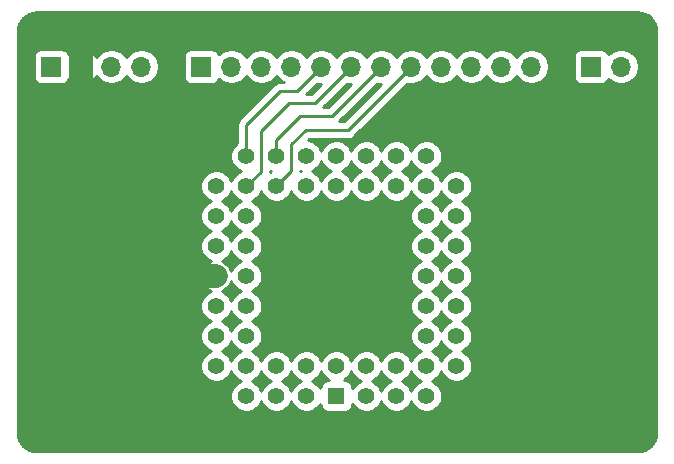
<source format=gbl>
G04 #@! TF.GenerationSoftware,KiCad,Pcbnew,(5.1.6)-1*
G04 #@! TF.CreationDate,2021-06-26T13:41:07+03:00*
G04 #@! TF.ProjectId,a600_rgb2hdmi,61363030-5f72-4676-9232-68646d692e6b,rev?*
G04 #@! TF.SameCoordinates,Original*
G04 #@! TF.FileFunction,Copper,L2,Bot*
G04 #@! TF.FilePolarity,Positive*
%FSLAX46Y46*%
G04 Gerber Fmt 4.6, Leading zero omitted, Abs format (unit mm)*
G04 Created by KiCad (PCBNEW (5.1.6)-1) date 2021-06-26 13:41:07*
%MOMM*%
%LPD*%
G01*
G04 APERTURE LIST*
G04 #@! TA.AperFunction,ComponentPad*
%ADD10O,1.700000X1.700000*%
G04 #@! TD*
G04 #@! TA.AperFunction,ComponentPad*
%ADD11R,1.700000X1.700000*%
G04 #@! TD*
G04 #@! TA.AperFunction,ComponentPad*
%ADD12C,1.422400*%
G04 #@! TD*
G04 #@! TA.AperFunction,ComponentPad*
%ADD13R,1.422400X1.422400*%
G04 #@! TD*
G04 #@! TA.AperFunction,Conductor*
%ADD14C,0.250000*%
G04 #@! TD*
G04 #@! TA.AperFunction,Conductor*
%ADD15C,2.000000*%
G04 #@! TD*
G04 #@! TA.AperFunction,NonConductor*
%ADD16C,0.254000*%
G04 #@! TD*
G04 APERTURE END LIST*
D10*
X166110000Y-38100000D03*
D11*
X163570000Y-38100000D03*
D10*
X158510000Y-38100000D03*
X155970000Y-38100000D03*
X153430000Y-38100000D03*
X150890000Y-38100000D03*
X148350000Y-38100000D03*
X145810000Y-38100000D03*
X143270000Y-38100000D03*
X140730000Y-38100000D03*
X138190000Y-38100000D03*
X135650000Y-38100000D03*
X133110000Y-38100000D03*
D11*
X130570000Y-38100000D03*
D10*
X125490000Y-38100000D03*
X122950000Y-38100000D03*
X120410000Y-38100000D03*
D11*
X117870000Y-38100000D03*
D12*
X131840000Y-63460000D03*
X131840000Y-60920000D03*
X131840000Y-58380000D03*
X131840000Y-55840000D03*
X131840000Y-53300000D03*
X131840000Y-50760000D03*
X134380000Y-66000000D03*
X134380000Y-60920000D03*
X134380000Y-58380000D03*
X134380000Y-55840000D03*
X134380000Y-53300000D03*
X134380000Y-50760000D03*
X134380000Y-48220000D03*
X134380000Y-45680000D03*
X136920000Y-45680000D03*
X139460000Y-45680000D03*
X142000000Y-45680000D03*
X144540000Y-45680000D03*
X147080000Y-45680000D03*
X149620000Y-45680000D03*
X131840000Y-48220000D03*
X136920000Y-48220000D03*
X139460000Y-48220000D03*
X142000000Y-48220000D03*
X144540000Y-48220000D03*
X147080000Y-48220000D03*
X149620000Y-48220000D03*
X152160000Y-48220000D03*
X152160000Y-50760000D03*
X152160000Y-53300000D03*
X152160000Y-55840000D03*
X152160000Y-58380000D03*
X152160000Y-60920000D03*
X152160000Y-63460000D03*
X149620000Y-50760000D03*
X149620000Y-53300000D03*
X149620000Y-55840000D03*
X149620000Y-58380000D03*
X149620000Y-60920000D03*
X149620000Y-63460000D03*
X136920000Y-66000000D03*
X139460000Y-66000000D03*
X149620000Y-66000000D03*
X147080000Y-66000000D03*
X144540000Y-66000000D03*
D13*
X142000000Y-66000000D03*
D12*
X134380000Y-63460000D03*
X136920000Y-63460000D03*
X139460000Y-63460000D03*
X147080000Y-63460000D03*
X144540000Y-63460000D03*
X142000000Y-63460000D03*
D14*
X134380000Y-45680000D02*
X134380000Y-43020000D01*
X134380000Y-43020000D02*
X137200000Y-40200000D01*
X138630000Y-40200000D02*
X140730000Y-38100000D01*
X137200000Y-40200000D02*
X138630000Y-40200000D01*
X134380000Y-48220000D02*
X135600000Y-47000000D01*
X135600000Y-47000000D02*
X135600000Y-43600000D01*
X135600000Y-43600000D02*
X138000000Y-41200000D01*
X140170000Y-41200000D02*
X143270000Y-38100000D01*
X138000000Y-41200000D02*
X140170000Y-41200000D01*
X136920000Y-45680000D02*
X136920000Y-44280000D01*
X136920000Y-44280000D02*
X138900000Y-42300000D01*
X141610000Y-42300000D02*
X145810000Y-38100000D01*
X138900000Y-42300000D02*
X141610000Y-42300000D01*
X136920000Y-48220000D02*
X138200000Y-46940000D01*
X138200000Y-46940000D02*
X138200000Y-44700000D01*
X138200000Y-44700000D02*
X139400000Y-43500000D01*
X142950000Y-43500000D02*
X148350000Y-38100000D01*
X139400000Y-43500000D02*
X142950000Y-43500000D01*
D15*
X120410000Y-38100000D02*
X120410000Y-36890000D01*
X120410000Y-38100000D02*
X120410000Y-39690000D01*
X131840000Y-55840000D02*
X130540000Y-55840000D01*
D16*
G36*
X167808168Y-33543620D02*
G01*
X168104605Y-33633120D01*
X168378006Y-33778490D01*
X168617972Y-33974200D01*
X168815347Y-34212787D01*
X168962622Y-34485167D01*
X169054189Y-34780971D01*
X169090000Y-35121690D01*
X169090001Y-69065261D01*
X169056379Y-69408170D01*
X168966880Y-69704604D01*
X168821509Y-69978008D01*
X168625800Y-70217972D01*
X168387215Y-70415345D01*
X168114834Y-70562622D01*
X167819029Y-70654189D01*
X167478310Y-70690000D01*
X116634729Y-70690000D01*
X116291830Y-70656379D01*
X115995396Y-70566880D01*
X115721992Y-70421509D01*
X115482028Y-70225800D01*
X115284655Y-69987215D01*
X115137378Y-69714834D01*
X115045811Y-69419029D01*
X115010000Y-69078310D01*
X115010000Y-37250000D01*
X116381928Y-37250000D01*
X116381928Y-38950000D01*
X116394188Y-39074482D01*
X116430498Y-39194180D01*
X116489463Y-39304494D01*
X116568815Y-39401185D01*
X116665506Y-39480537D01*
X116775820Y-39539502D01*
X116895518Y-39575812D01*
X117020000Y-39588072D01*
X118720000Y-39588072D01*
X118844482Y-39575812D01*
X118964180Y-39539502D01*
X119074494Y-39480537D01*
X119171185Y-39401185D01*
X119250537Y-39304494D01*
X119309502Y-39194180D01*
X119331513Y-39121620D01*
X119463368Y-39253475D01*
X119706589Y-39415990D01*
X119976842Y-39527932D01*
X120263740Y-39585000D01*
X120556260Y-39585000D01*
X120843158Y-39527932D01*
X121113411Y-39415990D01*
X121356632Y-39253475D01*
X121563475Y-39046632D01*
X121680000Y-38872240D01*
X121796525Y-39046632D01*
X122003368Y-39253475D01*
X122246589Y-39415990D01*
X122516842Y-39527932D01*
X122803740Y-39585000D01*
X123096260Y-39585000D01*
X123383158Y-39527932D01*
X123653411Y-39415990D01*
X123896632Y-39253475D01*
X124103475Y-39046632D01*
X124220000Y-38872240D01*
X124336525Y-39046632D01*
X124543368Y-39253475D01*
X124786589Y-39415990D01*
X125056842Y-39527932D01*
X125343740Y-39585000D01*
X125636260Y-39585000D01*
X125923158Y-39527932D01*
X126193411Y-39415990D01*
X126436632Y-39253475D01*
X126643475Y-39046632D01*
X126805990Y-38803411D01*
X126917932Y-38533158D01*
X126975000Y-38246260D01*
X126975000Y-37953740D01*
X126917932Y-37666842D01*
X126805990Y-37396589D01*
X126708043Y-37250000D01*
X129081928Y-37250000D01*
X129081928Y-38950000D01*
X129094188Y-39074482D01*
X129130498Y-39194180D01*
X129189463Y-39304494D01*
X129268815Y-39401185D01*
X129365506Y-39480537D01*
X129475820Y-39539502D01*
X129595518Y-39575812D01*
X129720000Y-39588072D01*
X131420000Y-39588072D01*
X131544482Y-39575812D01*
X131664180Y-39539502D01*
X131774494Y-39480537D01*
X131871185Y-39401185D01*
X131950537Y-39304494D01*
X132009502Y-39194180D01*
X132031513Y-39121620D01*
X132163368Y-39253475D01*
X132406589Y-39415990D01*
X132676842Y-39527932D01*
X132963740Y-39585000D01*
X133256260Y-39585000D01*
X133543158Y-39527932D01*
X133813411Y-39415990D01*
X134056632Y-39253475D01*
X134263475Y-39046632D01*
X134380000Y-38872240D01*
X134496525Y-39046632D01*
X134703368Y-39253475D01*
X134946589Y-39415990D01*
X135216842Y-39527932D01*
X135503740Y-39585000D01*
X135796260Y-39585000D01*
X136083158Y-39527932D01*
X136353411Y-39415990D01*
X136596632Y-39253475D01*
X136803475Y-39046632D01*
X136920000Y-38872240D01*
X137036525Y-39046632D01*
X137243368Y-39253475D01*
X137486589Y-39415990D01*
X137544555Y-39440000D01*
X137237322Y-39440000D01*
X137199999Y-39436324D01*
X137162676Y-39440000D01*
X137162667Y-39440000D01*
X137051014Y-39450997D01*
X136907753Y-39494454D01*
X136775724Y-39565026D01*
X136659999Y-39659999D01*
X136636201Y-39688997D01*
X133868998Y-42456201D01*
X133840000Y-42479999D01*
X133816202Y-42508997D01*
X133816201Y-42508998D01*
X133745026Y-42595724D01*
X133674454Y-42727754D01*
X133654222Y-42794454D01*
X133632815Y-42865026D01*
X133630998Y-42871015D01*
X133616324Y-43020000D01*
X133620001Y-43057332D01*
X133620000Y-44568754D01*
X133521847Y-44634338D01*
X133334338Y-44821847D01*
X133187013Y-45042335D01*
X133085533Y-45287328D01*
X133033800Y-45547411D01*
X133033800Y-45812589D01*
X133085533Y-46072672D01*
X133187013Y-46317665D01*
X133334338Y-46538153D01*
X133521847Y-46725662D01*
X133742335Y-46872987D01*
X133928260Y-46950000D01*
X133742335Y-47027013D01*
X133521847Y-47174338D01*
X133334338Y-47361847D01*
X133187013Y-47582335D01*
X133110000Y-47768260D01*
X133032987Y-47582335D01*
X132885662Y-47361847D01*
X132698153Y-47174338D01*
X132477665Y-47027013D01*
X132232672Y-46925533D01*
X131972589Y-46873800D01*
X131707411Y-46873800D01*
X131447328Y-46925533D01*
X131202335Y-47027013D01*
X130981847Y-47174338D01*
X130794338Y-47361847D01*
X130647013Y-47582335D01*
X130545533Y-47827328D01*
X130493800Y-48087411D01*
X130493800Y-48352589D01*
X130545533Y-48612672D01*
X130647013Y-48857665D01*
X130794338Y-49078153D01*
X130981847Y-49265662D01*
X131202335Y-49412987D01*
X131388260Y-49490000D01*
X131202335Y-49567013D01*
X130981847Y-49714338D01*
X130794338Y-49901847D01*
X130647013Y-50122335D01*
X130545533Y-50367328D01*
X130493800Y-50627411D01*
X130493800Y-50892589D01*
X130545533Y-51152672D01*
X130647013Y-51397665D01*
X130794338Y-51618153D01*
X130981847Y-51805662D01*
X131202335Y-51952987D01*
X131388260Y-52030000D01*
X131202335Y-52107013D01*
X130981847Y-52254338D01*
X130794338Y-52441847D01*
X130647013Y-52662335D01*
X130545533Y-52907328D01*
X130493800Y-53167411D01*
X130493800Y-53432589D01*
X130545533Y-53692672D01*
X130647013Y-53937665D01*
X130794338Y-54158153D01*
X130981847Y-54345662D01*
X131202335Y-54492987D01*
X131388260Y-54570000D01*
X131202335Y-54647013D01*
X130981847Y-54794338D01*
X130794338Y-54981847D01*
X130647013Y-55202335D01*
X130545533Y-55447328D01*
X130493800Y-55707411D01*
X130493800Y-55972589D01*
X130545533Y-56232672D01*
X130647013Y-56477665D01*
X130794338Y-56698153D01*
X130981847Y-56885662D01*
X131202335Y-57032987D01*
X131388260Y-57110000D01*
X131202335Y-57187013D01*
X130981847Y-57334338D01*
X130794338Y-57521847D01*
X130647013Y-57742335D01*
X130545533Y-57987328D01*
X130493800Y-58247411D01*
X130493800Y-58512589D01*
X130545533Y-58772672D01*
X130647013Y-59017665D01*
X130794338Y-59238153D01*
X130981847Y-59425662D01*
X131202335Y-59572987D01*
X131388260Y-59650000D01*
X131202335Y-59727013D01*
X130981847Y-59874338D01*
X130794338Y-60061847D01*
X130647013Y-60282335D01*
X130545533Y-60527328D01*
X130493800Y-60787411D01*
X130493800Y-61052589D01*
X130545533Y-61312672D01*
X130647013Y-61557665D01*
X130794338Y-61778153D01*
X130981847Y-61965662D01*
X131202335Y-62112987D01*
X131388260Y-62190000D01*
X131202335Y-62267013D01*
X130981847Y-62414338D01*
X130794338Y-62601847D01*
X130647013Y-62822335D01*
X130545533Y-63067328D01*
X130493800Y-63327411D01*
X130493800Y-63592589D01*
X130545533Y-63852672D01*
X130647013Y-64097665D01*
X130794338Y-64318153D01*
X130981847Y-64505662D01*
X131202335Y-64652987D01*
X131447328Y-64754467D01*
X131707411Y-64806200D01*
X131972589Y-64806200D01*
X132232672Y-64754467D01*
X132477665Y-64652987D01*
X132698153Y-64505662D01*
X132885662Y-64318153D01*
X133032987Y-64097665D01*
X133110000Y-63911740D01*
X133187013Y-64097665D01*
X133334338Y-64318153D01*
X133521847Y-64505662D01*
X133742335Y-64652987D01*
X133928260Y-64730000D01*
X133742335Y-64807013D01*
X133521847Y-64954338D01*
X133334338Y-65141847D01*
X133187013Y-65362335D01*
X133085533Y-65607328D01*
X133033800Y-65867411D01*
X133033800Y-66132589D01*
X133085533Y-66392672D01*
X133187013Y-66637665D01*
X133334338Y-66858153D01*
X133521847Y-67045662D01*
X133742335Y-67192987D01*
X133987328Y-67294467D01*
X134247411Y-67346200D01*
X134512589Y-67346200D01*
X134772672Y-67294467D01*
X135017665Y-67192987D01*
X135238153Y-67045662D01*
X135425662Y-66858153D01*
X135572987Y-66637665D01*
X135650000Y-66451740D01*
X135727013Y-66637665D01*
X135874338Y-66858153D01*
X136061847Y-67045662D01*
X136282335Y-67192987D01*
X136527328Y-67294467D01*
X136787411Y-67346200D01*
X137052589Y-67346200D01*
X137312672Y-67294467D01*
X137557665Y-67192987D01*
X137778153Y-67045662D01*
X137965662Y-66858153D01*
X138112987Y-66637665D01*
X138190000Y-66451740D01*
X138267013Y-66637665D01*
X138414338Y-66858153D01*
X138601847Y-67045662D01*
X138822335Y-67192987D01*
X139067328Y-67294467D01*
X139327411Y-67346200D01*
X139592589Y-67346200D01*
X139852672Y-67294467D01*
X140097665Y-67192987D01*
X140318153Y-67045662D01*
X140505662Y-66858153D01*
X140650728Y-66641046D01*
X140650728Y-66711200D01*
X140662988Y-66835682D01*
X140699298Y-66955380D01*
X140758263Y-67065694D01*
X140837615Y-67162385D01*
X140934306Y-67241737D01*
X141044620Y-67300702D01*
X141164318Y-67337012D01*
X141288800Y-67349272D01*
X142711200Y-67349272D01*
X142835682Y-67337012D01*
X142955380Y-67300702D01*
X143065694Y-67241737D01*
X143162385Y-67162385D01*
X143241737Y-67065694D01*
X143300702Y-66955380D01*
X143337012Y-66835682D01*
X143349272Y-66711200D01*
X143349272Y-66641046D01*
X143494338Y-66858153D01*
X143681847Y-67045662D01*
X143902335Y-67192987D01*
X144147328Y-67294467D01*
X144407411Y-67346200D01*
X144672589Y-67346200D01*
X144932672Y-67294467D01*
X145177665Y-67192987D01*
X145398153Y-67045662D01*
X145585662Y-66858153D01*
X145732987Y-66637665D01*
X145810000Y-66451740D01*
X145887013Y-66637665D01*
X146034338Y-66858153D01*
X146221847Y-67045662D01*
X146442335Y-67192987D01*
X146687328Y-67294467D01*
X146947411Y-67346200D01*
X147212589Y-67346200D01*
X147472672Y-67294467D01*
X147717665Y-67192987D01*
X147938153Y-67045662D01*
X148125662Y-66858153D01*
X148272987Y-66637665D01*
X148350000Y-66451740D01*
X148427013Y-66637665D01*
X148574338Y-66858153D01*
X148761847Y-67045662D01*
X148982335Y-67192987D01*
X149227328Y-67294467D01*
X149487411Y-67346200D01*
X149752589Y-67346200D01*
X150012672Y-67294467D01*
X150257665Y-67192987D01*
X150478153Y-67045662D01*
X150665662Y-66858153D01*
X150812987Y-66637665D01*
X150914467Y-66392672D01*
X150966200Y-66132589D01*
X150966200Y-65867411D01*
X150914467Y-65607328D01*
X150812987Y-65362335D01*
X150665662Y-65141847D01*
X150478153Y-64954338D01*
X150257665Y-64807013D01*
X150071740Y-64730000D01*
X150257665Y-64652987D01*
X150478153Y-64505662D01*
X150665662Y-64318153D01*
X150812987Y-64097665D01*
X150890000Y-63911740D01*
X150967013Y-64097665D01*
X151114338Y-64318153D01*
X151301847Y-64505662D01*
X151522335Y-64652987D01*
X151767328Y-64754467D01*
X152027411Y-64806200D01*
X152292589Y-64806200D01*
X152552672Y-64754467D01*
X152797665Y-64652987D01*
X153018153Y-64505662D01*
X153205662Y-64318153D01*
X153352987Y-64097665D01*
X153454467Y-63852672D01*
X153506200Y-63592589D01*
X153506200Y-63327411D01*
X153454467Y-63067328D01*
X153352987Y-62822335D01*
X153205662Y-62601847D01*
X153018153Y-62414338D01*
X152797665Y-62267013D01*
X152611740Y-62190000D01*
X152797665Y-62112987D01*
X153018153Y-61965662D01*
X153205662Y-61778153D01*
X153352987Y-61557665D01*
X153454467Y-61312672D01*
X153506200Y-61052589D01*
X153506200Y-60787411D01*
X153454467Y-60527328D01*
X153352987Y-60282335D01*
X153205662Y-60061847D01*
X153018153Y-59874338D01*
X152797665Y-59727013D01*
X152611740Y-59650000D01*
X152797665Y-59572987D01*
X153018153Y-59425662D01*
X153205662Y-59238153D01*
X153352987Y-59017665D01*
X153454467Y-58772672D01*
X153506200Y-58512589D01*
X153506200Y-58247411D01*
X153454467Y-57987328D01*
X153352987Y-57742335D01*
X153205662Y-57521847D01*
X153018153Y-57334338D01*
X152797665Y-57187013D01*
X152611740Y-57110000D01*
X152797665Y-57032987D01*
X153018153Y-56885662D01*
X153205662Y-56698153D01*
X153352987Y-56477665D01*
X153454467Y-56232672D01*
X153506200Y-55972589D01*
X153506200Y-55707411D01*
X153454467Y-55447328D01*
X153352987Y-55202335D01*
X153205662Y-54981847D01*
X153018153Y-54794338D01*
X152797665Y-54647013D01*
X152611740Y-54570000D01*
X152797665Y-54492987D01*
X153018153Y-54345662D01*
X153205662Y-54158153D01*
X153352987Y-53937665D01*
X153454467Y-53692672D01*
X153506200Y-53432589D01*
X153506200Y-53167411D01*
X153454467Y-52907328D01*
X153352987Y-52662335D01*
X153205662Y-52441847D01*
X153018153Y-52254338D01*
X152797665Y-52107013D01*
X152611740Y-52030000D01*
X152797665Y-51952987D01*
X153018153Y-51805662D01*
X153205662Y-51618153D01*
X153352987Y-51397665D01*
X153454467Y-51152672D01*
X153506200Y-50892589D01*
X153506200Y-50627411D01*
X153454467Y-50367328D01*
X153352987Y-50122335D01*
X153205662Y-49901847D01*
X153018153Y-49714338D01*
X152797665Y-49567013D01*
X152611740Y-49490000D01*
X152797665Y-49412987D01*
X153018153Y-49265662D01*
X153205662Y-49078153D01*
X153352987Y-48857665D01*
X153454467Y-48612672D01*
X153506200Y-48352589D01*
X153506200Y-48087411D01*
X153454467Y-47827328D01*
X153352987Y-47582335D01*
X153205662Y-47361847D01*
X153018153Y-47174338D01*
X152797665Y-47027013D01*
X152552672Y-46925533D01*
X152292589Y-46873800D01*
X152027411Y-46873800D01*
X151767328Y-46925533D01*
X151522335Y-47027013D01*
X151301847Y-47174338D01*
X151114338Y-47361847D01*
X150967013Y-47582335D01*
X150890000Y-47768260D01*
X150812987Y-47582335D01*
X150665662Y-47361847D01*
X150478153Y-47174338D01*
X150257665Y-47027013D01*
X150071740Y-46950000D01*
X150257665Y-46872987D01*
X150478153Y-46725662D01*
X150665662Y-46538153D01*
X150812987Y-46317665D01*
X150914467Y-46072672D01*
X150966200Y-45812589D01*
X150966200Y-45547411D01*
X150914467Y-45287328D01*
X150812987Y-45042335D01*
X150665662Y-44821847D01*
X150478153Y-44634338D01*
X150257665Y-44487013D01*
X150012672Y-44385533D01*
X149752589Y-44333800D01*
X149487411Y-44333800D01*
X149227328Y-44385533D01*
X148982335Y-44487013D01*
X148761847Y-44634338D01*
X148574338Y-44821847D01*
X148427013Y-45042335D01*
X148350000Y-45228260D01*
X148272987Y-45042335D01*
X148125662Y-44821847D01*
X147938153Y-44634338D01*
X147717665Y-44487013D01*
X147472672Y-44385533D01*
X147212589Y-44333800D01*
X146947411Y-44333800D01*
X146687328Y-44385533D01*
X146442335Y-44487013D01*
X146221847Y-44634338D01*
X146034338Y-44821847D01*
X145887013Y-45042335D01*
X145810000Y-45228260D01*
X145732987Y-45042335D01*
X145585662Y-44821847D01*
X145398153Y-44634338D01*
X145177665Y-44487013D01*
X144932672Y-44385533D01*
X144672589Y-44333800D01*
X144407411Y-44333800D01*
X144147328Y-44385533D01*
X143902335Y-44487013D01*
X143681847Y-44634338D01*
X143494338Y-44821847D01*
X143347013Y-45042335D01*
X143270000Y-45228260D01*
X143192987Y-45042335D01*
X143045662Y-44821847D01*
X142858153Y-44634338D01*
X142637665Y-44487013D01*
X142392672Y-44385533D01*
X142132589Y-44333800D01*
X141867411Y-44333800D01*
X141607328Y-44385533D01*
X141362335Y-44487013D01*
X141141847Y-44634338D01*
X140954338Y-44821847D01*
X140807013Y-45042335D01*
X140730000Y-45228260D01*
X140652987Y-45042335D01*
X140505662Y-44821847D01*
X140318153Y-44634338D01*
X140097665Y-44487013D01*
X139852672Y-44385533D01*
X139632970Y-44341832D01*
X139714802Y-44260000D01*
X142912678Y-44260000D01*
X142950000Y-44263676D01*
X142987322Y-44260000D01*
X142987333Y-44260000D01*
X143098986Y-44249003D01*
X143242247Y-44205546D01*
X143374276Y-44134974D01*
X143490001Y-44040001D01*
X143513804Y-44010997D01*
X147983592Y-39541210D01*
X148203740Y-39585000D01*
X148496260Y-39585000D01*
X148783158Y-39527932D01*
X149053411Y-39415990D01*
X149296632Y-39253475D01*
X149503475Y-39046632D01*
X149620000Y-38872240D01*
X149736525Y-39046632D01*
X149943368Y-39253475D01*
X150186589Y-39415990D01*
X150456842Y-39527932D01*
X150743740Y-39585000D01*
X151036260Y-39585000D01*
X151323158Y-39527932D01*
X151593411Y-39415990D01*
X151836632Y-39253475D01*
X152043475Y-39046632D01*
X152160000Y-38872240D01*
X152276525Y-39046632D01*
X152483368Y-39253475D01*
X152726589Y-39415990D01*
X152996842Y-39527932D01*
X153283740Y-39585000D01*
X153576260Y-39585000D01*
X153863158Y-39527932D01*
X154133411Y-39415990D01*
X154376632Y-39253475D01*
X154583475Y-39046632D01*
X154700000Y-38872240D01*
X154816525Y-39046632D01*
X155023368Y-39253475D01*
X155266589Y-39415990D01*
X155536842Y-39527932D01*
X155823740Y-39585000D01*
X156116260Y-39585000D01*
X156403158Y-39527932D01*
X156673411Y-39415990D01*
X156916632Y-39253475D01*
X157123475Y-39046632D01*
X157240000Y-38872240D01*
X157356525Y-39046632D01*
X157563368Y-39253475D01*
X157806589Y-39415990D01*
X158076842Y-39527932D01*
X158363740Y-39585000D01*
X158656260Y-39585000D01*
X158943158Y-39527932D01*
X159213411Y-39415990D01*
X159456632Y-39253475D01*
X159663475Y-39046632D01*
X159825990Y-38803411D01*
X159937932Y-38533158D01*
X159995000Y-38246260D01*
X159995000Y-37953740D01*
X159937932Y-37666842D01*
X159825990Y-37396589D01*
X159728043Y-37250000D01*
X162081928Y-37250000D01*
X162081928Y-38950000D01*
X162094188Y-39074482D01*
X162130498Y-39194180D01*
X162189463Y-39304494D01*
X162268815Y-39401185D01*
X162365506Y-39480537D01*
X162475820Y-39539502D01*
X162595518Y-39575812D01*
X162720000Y-39588072D01*
X164420000Y-39588072D01*
X164544482Y-39575812D01*
X164664180Y-39539502D01*
X164774494Y-39480537D01*
X164871185Y-39401185D01*
X164950537Y-39304494D01*
X165009502Y-39194180D01*
X165031513Y-39121620D01*
X165163368Y-39253475D01*
X165406589Y-39415990D01*
X165676842Y-39527932D01*
X165963740Y-39585000D01*
X166256260Y-39585000D01*
X166543158Y-39527932D01*
X166813411Y-39415990D01*
X167056632Y-39253475D01*
X167263475Y-39046632D01*
X167425990Y-38803411D01*
X167537932Y-38533158D01*
X167595000Y-38246260D01*
X167595000Y-37953740D01*
X167537932Y-37666842D01*
X167425990Y-37396589D01*
X167263475Y-37153368D01*
X167056632Y-36946525D01*
X166813411Y-36784010D01*
X166543158Y-36672068D01*
X166256260Y-36615000D01*
X165963740Y-36615000D01*
X165676842Y-36672068D01*
X165406589Y-36784010D01*
X165163368Y-36946525D01*
X165031513Y-37078380D01*
X165009502Y-37005820D01*
X164950537Y-36895506D01*
X164871185Y-36798815D01*
X164774494Y-36719463D01*
X164664180Y-36660498D01*
X164544482Y-36624188D01*
X164420000Y-36611928D01*
X162720000Y-36611928D01*
X162595518Y-36624188D01*
X162475820Y-36660498D01*
X162365506Y-36719463D01*
X162268815Y-36798815D01*
X162189463Y-36895506D01*
X162130498Y-37005820D01*
X162094188Y-37125518D01*
X162081928Y-37250000D01*
X159728043Y-37250000D01*
X159663475Y-37153368D01*
X159456632Y-36946525D01*
X159213411Y-36784010D01*
X158943158Y-36672068D01*
X158656260Y-36615000D01*
X158363740Y-36615000D01*
X158076842Y-36672068D01*
X157806589Y-36784010D01*
X157563368Y-36946525D01*
X157356525Y-37153368D01*
X157240000Y-37327760D01*
X157123475Y-37153368D01*
X156916632Y-36946525D01*
X156673411Y-36784010D01*
X156403158Y-36672068D01*
X156116260Y-36615000D01*
X155823740Y-36615000D01*
X155536842Y-36672068D01*
X155266589Y-36784010D01*
X155023368Y-36946525D01*
X154816525Y-37153368D01*
X154700000Y-37327760D01*
X154583475Y-37153368D01*
X154376632Y-36946525D01*
X154133411Y-36784010D01*
X153863158Y-36672068D01*
X153576260Y-36615000D01*
X153283740Y-36615000D01*
X152996842Y-36672068D01*
X152726589Y-36784010D01*
X152483368Y-36946525D01*
X152276525Y-37153368D01*
X152160000Y-37327760D01*
X152043475Y-37153368D01*
X151836632Y-36946525D01*
X151593411Y-36784010D01*
X151323158Y-36672068D01*
X151036260Y-36615000D01*
X150743740Y-36615000D01*
X150456842Y-36672068D01*
X150186589Y-36784010D01*
X149943368Y-36946525D01*
X149736525Y-37153368D01*
X149620000Y-37327760D01*
X149503475Y-37153368D01*
X149296632Y-36946525D01*
X149053411Y-36784010D01*
X148783158Y-36672068D01*
X148496260Y-36615000D01*
X148203740Y-36615000D01*
X147916842Y-36672068D01*
X147646589Y-36784010D01*
X147403368Y-36946525D01*
X147196525Y-37153368D01*
X147080000Y-37327760D01*
X146963475Y-37153368D01*
X146756632Y-36946525D01*
X146513411Y-36784010D01*
X146243158Y-36672068D01*
X145956260Y-36615000D01*
X145663740Y-36615000D01*
X145376842Y-36672068D01*
X145106589Y-36784010D01*
X144863368Y-36946525D01*
X144656525Y-37153368D01*
X144540000Y-37327760D01*
X144423475Y-37153368D01*
X144216632Y-36946525D01*
X143973411Y-36784010D01*
X143703158Y-36672068D01*
X143416260Y-36615000D01*
X143123740Y-36615000D01*
X142836842Y-36672068D01*
X142566589Y-36784010D01*
X142323368Y-36946525D01*
X142116525Y-37153368D01*
X142000000Y-37327760D01*
X141883475Y-37153368D01*
X141676632Y-36946525D01*
X141433411Y-36784010D01*
X141163158Y-36672068D01*
X140876260Y-36615000D01*
X140583740Y-36615000D01*
X140296842Y-36672068D01*
X140026589Y-36784010D01*
X139783368Y-36946525D01*
X139576525Y-37153368D01*
X139460000Y-37327760D01*
X139343475Y-37153368D01*
X139136632Y-36946525D01*
X138893411Y-36784010D01*
X138623158Y-36672068D01*
X138336260Y-36615000D01*
X138043740Y-36615000D01*
X137756842Y-36672068D01*
X137486589Y-36784010D01*
X137243368Y-36946525D01*
X137036525Y-37153368D01*
X136920000Y-37327760D01*
X136803475Y-37153368D01*
X136596632Y-36946525D01*
X136353411Y-36784010D01*
X136083158Y-36672068D01*
X135796260Y-36615000D01*
X135503740Y-36615000D01*
X135216842Y-36672068D01*
X134946589Y-36784010D01*
X134703368Y-36946525D01*
X134496525Y-37153368D01*
X134380000Y-37327760D01*
X134263475Y-37153368D01*
X134056632Y-36946525D01*
X133813411Y-36784010D01*
X133543158Y-36672068D01*
X133256260Y-36615000D01*
X132963740Y-36615000D01*
X132676842Y-36672068D01*
X132406589Y-36784010D01*
X132163368Y-36946525D01*
X132031513Y-37078380D01*
X132009502Y-37005820D01*
X131950537Y-36895506D01*
X131871185Y-36798815D01*
X131774494Y-36719463D01*
X131664180Y-36660498D01*
X131544482Y-36624188D01*
X131420000Y-36611928D01*
X129720000Y-36611928D01*
X129595518Y-36624188D01*
X129475820Y-36660498D01*
X129365506Y-36719463D01*
X129268815Y-36798815D01*
X129189463Y-36895506D01*
X129130498Y-37005820D01*
X129094188Y-37125518D01*
X129081928Y-37250000D01*
X126708043Y-37250000D01*
X126643475Y-37153368D01*
X126436632Y-36946525D01*
X126193411Y-36784010D01*
X125923158Y-36672068D01*
X125636260Y-36615000D01*
X125343740Y-36615000D01*
X125056842Y-36672068D01*
X124786589Y-36784010D01*
X124543368Y-36946525D01*
X124336525Y-37153368D01*
X124220000Y-37327760D01*
X124103475Y-37153368D01*
X123896632Y-36946525D01*
X123653411Y-36784010D01*
X123383158Y-36672068D01*
X123096260Y-36615000D01*
X122803740Y-36615000D01*
X122516842Y-36672068D01*
X122246589Y-36784010D01*
X122003368Y-36946525D01*
X121796525Y-37153368D01*
X121680000Y-37327760D01*
X121563475Y-37153368D01*
X121356632Y-36946525D01*
X121113411Y-36784010D01*
X120843158Y-36672068D01*
X120556260Y-36615000D01*
X120263740Y-36615000D01*
X119976842Y-36672068D01*
X119706589Y-36784010D01*
X119463368Y-36946525D01*
X119331513Y-37078380D01*
X119309502Y-37005820D01*
X119250537Y-36895506D01*
X119171185Y-36798815D01*
X119074494Y-36719463D01*
X118964180Y-36660498D01*
X118844482Y-36624188D01*
X118720000Y-36611928D01*
X117020000Y-36611928D01*
X116895518Y-36624188D01*
X116775820Y-36660498D01*
X116665506Y-36719463D01*
X116568815Y-36798815D01*
X116489463Y-36895506D01*
X116430498Y-37005820D01*
X116394188Y-37125518D01*
X116381928Y-37250000D01*
X115010000Y-37250000D01*
X115010000Y-35134720D01*
X115043620Y-34791832D01*
X115133120Y-34495395D01*
X115278490Y-34221994D01*
X115474200Y-33982028D01*
X115712787Y-33784653D01*
X115985167Y-33637378D01*
X116280971Y-33545811D01*
X116621690Y-33510000D01*
X167465280Y-33510000D01*
X167808168Y-33543620D01*
G37*
X167808168Y-33543620D02*
X168104605Y-33633120D01*
X168378006Y-33778490D01*
X168617972Y-33974200D01*
X168815347Y-34212787D01*
X168962622Y-34485167D01*
X169054189Y-34780971D01*
X169090000Y-35121690D01*
X169090001Y-69065261D01*
X169056379Y-69408170D01*
X168966880Y-69704604D01*
X168821509Y-69978008D01*
X168625800Y-70217972D01*
X168387215Y-70415345D01*
X168114834Y-70562622D01*
X167819029Y-70654189D01*
X167478310Y-70690000D01*
X116634729Y-70690000D01*
X116291830Y-70656379D01*
X115995396Y-70566880D01*
X115721992Y-70421509D01*
X115482028Y-70225800D01*
X115284655Y-69987215D01*
X115137378Y-69714834D01*
X115045811Y-69419029D01*
X115010000Y-69078310D01*
X115010000Y-37250000D01*
X116381928Y-37250000D01*
X116381928Y-38950000D01*
X116394188Y-39074482D01*
X116430498Y-39194180D01*
X116489463Y-39304494D01*
X116568815Y-39401185D01*
X116665506Y-39480537D01*
X116775820Y-39539502D01*
X116895518Y-39575812D01*
X117020000Y-39588072D01*
X118720000Y-39588072D01*
X118844482Y-39575812D01*
X118964180Y-39539502D01*
X119074494Y-39480537D01*
X119171185Y-39401185D01*
X119250537Y-39304494D01*
X119309502Y-39194180D01*
X119331513Y-39121620D01*
X119463368Y-39253475D01*
X119706589Y-39415990D01*
X119976842Y-39527932D01*
X120263740Y-39585000D01*
X120556260Y-39585000D01*
X120843158Y-39527932D01*
X121113411Y-39415990D01*
X121356632Y-39253475D01*
X121563475Y-39046632D01*
X121680000Y-38872240D01*
X121796525Y-39046632D01*
X122003368Y-39253475D01*
X122246589Y-39415990D01*
X122516842Y-39527932D01*
X122803740Y-39585000D01*
X123096260Y-39585000D01*
X123383158Y-39527932D01*
X123653411Y-39415990D01*
X123896632Y-39253475D01*
X124103475Y-39046632D01*
X124220000Y-38872240D01*
X124336525Y-39046632D01*
X124543368Y-39253475D01*
X124786589Y-39415990D01*
X125056842Y-39527932D01*
X125343740Y-39585000D01*
X125636260Y-39585000D01*
X125923158Y-39527932D01*
X126193411Y-39415990D01*
X126436632Y-39253475D01*
X126643475Y-39046632D01*
X126805990Y-38803411D01*
X126917932Y-38533158D01*
X126975000Y-38246260D01*
X126975000Y-37953740D01*
X126917932Y-37666842D01*
X126805990Y-37396589D01*
X126708043Y-37250000D01*
X129081928Y-37250000D01*
X129081928Y-38950000D01*
X129094188Y-39074482D01*
X129130498Y-39194180D01*
X129189463Y-39304494D01*
X129268815Y-39401185D01*
X129365506Y-39480537D01*
X129475820Y-39539502D01*
X129595518Y-39575812D01*
X129720000Y-39588072D01*
X131420000Y-39588072D01*
X131544482Y-39575812D01*
X131664180Y-39539502D01*
X131774494Y-39480537D01*
X131871185Y-39401185D01*
X131950537Y-39304494D01*
X132009502Y-39194180D01*
X132031513Y-39121620D01*
X132163368Y-39253475D01*
X132406589Y-39415990D01*
X132676842Y-39527932D01*
X132963740Y-39585000D01*
X133256260Y-39585000D01*
X133543158Y-39527932D01*
X133813411Y-39415990D01*
X134056632Y-39253475D01*
X134263475Y-39046632D01*
X134380000Y-38872240D01*
X134496525Y-39046632D01*
X134703368Y-39253475D01*
X134946589Y-39415990D01*
X135216842Y-39527932D01*
X135503740Y-39585000D01*
X135796260Y-39585000D01*
X136083158Y-39527932D01*
X136353411Y-39415990D01*
X136596632Y-39253475D01*
X136803475Y-39046632D01*
X136920000Y-38872240D01*
X137036525Y-39046632D01*
X137243368Y-39253475D01*
X137486589Y-39415990D01*
X137544555Y-39440000D01*
X137237322Y-39440000D01*
X137199999Y-39436324D01*
X137162676Y-39440000D01*
X137162667Y-39440000D01*
X137051014Y-39450997D01*
X136907753Y-39494454D01*
X136775724Y-39565026D01*
X136659999Y-39659999D01*
X136636201Y-39688997D01*
X133868998Y-42456201D01*
X133840000Y-42479999D01*
X133816202Y-42508997D01*
X133816201Y-42508998D01*
X133745026Y-42595724D01*
X133674454Y-42727754D01*
X133654222Y-42794454D01*
X133632815Y-42865026D01*
X133630998Y-42871015D01*
X133616324Y-43020000D01*
X133620001Y-43057332D01*
X133620000Y-44568754D01*
X133521847Y-44634338D01*
X133334338Y-44821847D01*
X133187013Y-45042335D01*
X133085533Y-45287328D01*
X133033800Y-45547411D01*
X133033800Y-45812589D01*
X133085533Y-46072672D01*
X133187013Y-46317665D01*
X133334338Y-46538153D01*
X133521847Y-46725662D01*
X133742335Y-46872987D01*
X133928260Y-46950000D01*
X133742335Y-47027013D01*
X133521847Y-47174338D01*
X133334338Y-47361847D01*
X133187013Y-47582335D01*
X133110000Y-47768260D01*
X133032987Y-47582335D01*
X132885662Y-47361847D01*
X132698153Y-47174338D01*
X132477665Y-47027013D01*
X132232672Y-46925533D01*
X131972589Y-46873800D01*
X131707411Y-46873800D01*
X131447328Y-46925533D01*
X131202335Y-47027013D01*
X130981847Y-47174338D01*
X130794338Y-47361847D01*
X130647013Y-47582335D01*
X130545533Y-47827328D01*
X130493800Y-48087411D01*
X130493800Y-48352589D01*
X130545533Y-48612672D01*
X130647013Y-48857665D01*
X130794338Y-49078153D01*
X130981847Y-49265662D01*
X131202335Y-49412987D01*
X131388260Y-49490000D01*
X131202335Y-49567013D01*
X130981847Y-49714338D01*
X130794338Y-49901847D01*
X130647013Y-50122335D01*
X130545533Y-50367328D01*
X130493800Y-50627411D01*
X130493800Y-50892589D01*
X130545533Y-51152672D01*
X130647013Y-51397665D01*
X130794338Y-51618153D01*
X130981847Y-51805662D01*
X131202335Y-51952987D01*
X131388260Y-52030000D01*
X131202335Y-52107013D01*
X130981847Y-52254338D01*
X130794338Y-52441847D01*
X130647013Y-52662335D01*
X130545533Y-52907328D01*
X130493800Y-53167411D01*
X130493800Y-53432589D01*
X130545533Y-53692672D01*
X130647013Y-53937665D01*
X130794338Y-54158153D01*
X130981847Y-54345662D01*
X131202335Y-54492987D01*
X131388260Y-54570000D01*
X131202335Y-54647013D01*
X130981847Y-54794338D01*
X130794338Y-54981847D01*
X130647013Y-55202335D01*
X130545533Y-55447328D01*
X130493800Y-55707411D01*
X130493800Y-55972589D01*
X130545533Y-56232672D01*
X130647013Y-56477665D01*
X130794338Y-56698153D01*
X130981847Y-56885662D01*
X131202335Y-57032987D01*
X131388260Y-57110000D01*
X131202335Y-57187013D01*
X130981847Y-57334338D01*
X130794338Y-57521847D01*
X130647013Y-57742335D01*
X130545533Y-57987328D01*
X130493800Y-58247411D01*
X130493800Y-58512589D01*
X130545533Y-58772672D01*
X130647013Y-59017665D01*
X130794338Y-59238153D01*
X130981847Y-59425662D01*
X131202335Y-59572987D01*
X131388260Y-59650000D01*
X131202335Y-59727013D01*
X130981847Y-59874338D01*
X130794338Y-60061847D01*
X130647013Y-60282335D01*
X130545533Y-60527328D01*
X130493800Y-60787411D01*
X130493800Y-61052589D01*
X130545533Y-61312672D01*
X130647013Y-61557665D01*
X130794338Y-61778153D01*
X130981847Y-61965662D01*
X131202335Y-62112987D01*
X131388260Y-62190000D01*
X131202335Y-62267013D01*
X130981847Y-62414338D01*
X130794338Y-62601847D01*
X130647013Y-62822335D01*
X130545533Y-63067328D01*
X130493800Y-63327411D01*
X130493800Y-63592589D01*
X130545533Y-63852672D01*
X130647013Y-64097665D01*
X130794338Y-64318153D01*
X130981847Y-64505662D01*
X131202335Y-64652987D01*
X131447328Y-64754467D01*
X131707411Y-64806200D01*
X131972589Y-64806200D01*
X132232672Y-64754467D01*
X132477665Y-64652987D01*
X132698153Y-64505662D01*
X132885662Y-64318153D01*
X133032987Y-64097665D01*
X133110000Y-63911740D01*
X133187013Y-64097665D01*
X133334338Y-64318153D01*
X133521847Y-64505662D01*
X133742335Y-64652987D01*
X133928260Y-64730000D01*
X133742335Y-64807013D01*
X133521847Y-64954338D01*
X133334338Y-65141847D01*
X133187013Y-65362335D01*
X133085533Y-65607328D01*
X133033800Y-65867411D01*
X133033800Y-66132589D01*
X133085533Y-66392672D01*
X133187013Y-66637665D01*
X133334338Y-66858153D01*
X133521847Y-67045662D01*
X133742335Y-67192987D01*
X133987328Y-67294467D01*
X134247411Y-67346200D01*
X134512589Y-67346200D01*
X134772672Y-67294467D01*
X135017665Y-67192987D01*
X135238153Y-67045662D01*
X135425662Y-66858153D01*
X135572987Y-66637665D01*
X135650000Y-66451740D01*
X135727013Y-66637665D01*
X135874338Y-66858153D01*
X136061847Y-67045662D01*
X136282335Y-67192987D01*
X136527328Y-67294467D01*
X136787411Y-67346200D01*
X137052589Y-67346200D01*
X137312672Y-67294467D01*
X137557665Y-67192987D01*
X137778153Y-67045662D01*
X137965662Y-66858153D01*
X138112987Y-66637665D01*
X138190000Y-66451740D01*
X138267013Y-66637665D01*
X138414338Y-66858153D01*
X138601847Y-67045662D01*
X138822335Y-67192987D01*
X139067328Y-67294467D01*
X139327411Y-67346200D01*
X139592589Y-67346200D01*
X139852672Y-67294467D01*
X140097665Y-67192987D01*
X140318153Y-67045662D01*
X140505662Y-66858153D01*
X140650728Y-66641046D01*
X140650728Y-66711200D01*
X140662988Y-66835682D01*
X140699298Y-66955380D01*
X140758263Y-67065694D01*
X140837615Y-67162385D01*
X140934306Y-67241737D01*
X141044620Y-67300702D01*
X141164318Y-67337012D01*
X141288800Y-67349272D01*
X142711200Y-67349272D01*
X142835682Y-67337012D01*
X142955380Y-67300702D01*
X143065694Y-67241737D01*
X143162385Y-67162385D01*
X143241737Y-67065694D01*
X143300702Y-66955380D01*
X143337012Y-66835682D01*
X143349272Y-66711200D01*
X143349272Y-66641046D01*
X143494338Y-66858153D01*
X143681847Y-67045662D01*
X143902335Y-67192987D01*
X144147328Y-67294467D01*
X144407411Y-67346200D01*
X144672589Y-67346200D01*
X144932672Y-67294467D01*
X145177665Y-67192987D01*
X145398153Y-67045662D01*
X145585662Y-66858153D01*
X145732987Y-66637665D01*
X145810000Y-66451740D01*
X145887013Y-66637665D01*
X146034338Y-66858153D01*
X146221847Y-67045662D01*
X146442335Y-67192987D01*
X146687328Y-67294467D01*
X146947411Y-67346200D01*
X147212589Y-67346200D01*
X147472672Y-67294467D01*
X147717665Y-67192987D01*
X147938153Y-67045662D01*
X148125662Y-66858153D01*
X148272987Y-66637665D01*
X148350000Y-66451740D01*
X148427013Y-66637665D01*
X148574338Y-66858153D01*
X148761847Y-67045662D01*
X148982335Y-67192987D01*
X149227328Y-67294467D01*
X149487411Y-67346200D01*
X149752589Y-67346200D01*
X150012672Y-67294467D01*
X150257665Y-67192987D01*
X150478153Y-67045662D01*
X150665662Y-66858153D01*
X150812987Y-66637665D01*
X150914467Y-66392672D01*
X150966200Y-66132589D01*
X150966200Y-65867411D01*
X150914467Y-65607328D01*
X150812987Y-65362335D01*
X150665662Y-65141847D01*
X150478153Y-64954338D01*
X150257665Y-64807013D01*
X150071740Y-64730000D01*
X150257665Y-64652987D01*
X150478153Y-64505662D01*
X150665662Y-64318153D01*
X150812987Y-64097665D01*
X150890000Y-63911740D01*
X150967013Y-64097665D01*
X151114338Y-64318153D01*
X151301847Y-64505662D01*
X151522335Y-64652987D01*
X151767328Y-64754467D01*
X152027411Y-64806200D01*
X152292589Y-64806200D01*
X152552672Y-64754467D01*
X152797665Y-64652987D01*
X153018153Y-64505662D01*
X153205662Y-64318153D01*
X153352987Y-64097665D01*
X153454467Y-63852672D01*
X153506200Y-63592589D01*
X153506200Y-63327411D01*
X153454467Y-63067328D01*
X153352987Y-62822335D01*
X153205662Y-62601847D01*
X153018153Y-62414338D01*
X152797665Y-62267013D01*
X152611740Y-62190000D01*
X152797665Y-62112987D01*
X153018153Y-61965662D01*
X153205662Y-61778153D01*
X153352987Y-61557665D01*
X153454467Y-61312672D01*
X153506200Y-61052589D01*
X153506200Y-60787411D01*
X153454467Y-60527328D01*
X153352987Y-60282335D01*
X153205662Y-60061847D01*
X153018153Y-59874338D01*
X152797665Y-59727013D01*
X152611740Y-59650000D01*
X152797665Y-59572987D01*
X153018153Y-59425662D01*
X153205662Y-59238153D01*
X153352987Y-59017665D01*
X153454467Y-58772672D01*
X153506200Y-58512589D01*
X153506200Y-58247411D01*
X153454467Y-57987328D01*
X153352987Y-57742335D01*
X153205662Y-57521847D01*
X153018153Y-57334338D01*
X152797665Y-57187013D01*
X152611740Y-57110000D01*
X152797665Y-57032987D01*
X153018153Y-56885662D01*
X153205662Y-56698153D01*
X153352987Y-56477665D01*
X153454467Y-56232672D01*
X153506200Y-55972589D01*
X153506200Y-55707411D01*
X153454467Y-55447328D01*
X153352987Y-55202335D01*
X153205662Y-54981847D01*
X153018153Y-54794338D01*
X152797665Y-54647013D01*
X152611740Y-54570000D01*
X152797665Y-54492987D01*
X153018153Y-54345662D01*
X153205662Y-54158153D01*
X153352987Y-53937665D01*
X153454467Y-53692672D01*
X153506200Y-53432589D01*
X153506200Y-53167411D01*
X153454467Y-52907328D01*
X153352987Y-52662335D01*
X153205662Y-52441847D01*
X153018153Y-52254338D01*
X152797665Y-52107013D01*
X152611740Y-52030000D01*
X152797665Y-51952987D01*
X153018153Y-51805662D01*
X153205662Y-51618153D01*
X153352987Y-51397665D01*
X153454467Y-51152672D01*
X153506200Y-50892589D01*
X153506200Y-50627411D01*
X153454467Y-50367328D01*
X153352987Y-50122335D01*
X153205662Y-49901847D01*
X153018153Y-49714338D01*
X152797665Y-49567013D01*
X152611740Y-49490000D01*
X152797665Y-49412987D01*
X153018153Y-49265662D01*
X153205662Y-49078153D01*
X153352987Y-48857665D01*
X153454467Y-48612672D01*
X153506200Y-48352589D01*
X153506200Y-48087411D01*
X153454467Y-47827328D01*
X153352987Y-47582335D01*
X153205662Y-47361847D01*
X153018153Y-47174338D01*
X152797665Y-47027013D01*
X152552672Y-46925533D01*
X152292589Y-46873800D01*
X152027411Y-46873800D01*
X151767328Y-46925533D01*
X151522335Y-47027013D01*
X151301847Y-47174338D01*
X151114338Y-47361847D01*
X150967013Y-47582335D01*
X150890000Y-47768260D01*
X150812987Y-47582335D01*
X150665662Y-47361847D01*
X150478153Y-47174338D01*
X150257665Y-47027013D01*
X150071740Y-46950000D01*
X150257665Y-46872987D01*
X150478153Y-46725662D01*
X150665662Y-46538153D01*
X150812987Y-46317665D01*
X150914467Y-46072672D01*
X150966200Y-45812589D01*
X150966200Y-45547411D01*
X150914467Y-45287328D01*
X150812987Y-45042335D01*
X150665662Y-44821847D01*
X150478153Y-44634338D01*
X150257665Y-44487013D01*
X150012672Y-44385533D01*
X149752589Y-44333800D01*
X149487411Y-44333800D01*
X149227328Y-44385533D01*
X148982335Y-44487013D01*
X148761847Y-44634338D01*
X148574338Y-44821847D01*
X148427013Y-45042335D01*
X148350000Y-45228260D01*
X148272987Y-45042335D01*
X148125662Y-44821847D01*
X147938153Y-44634338D01*
X147717665Y-44487013D01*
X147472672Y-44385533D01*
X147212589Y-44333800D01*
X146947411Y-44333800D01*
X146687328Y-44385533D01*
X146442335Y-44487013D01*
X146221847Y-44634338D01*
X146034338Y-44821847D01*
X145887013Y-45042335D01*
X145810000Y-45228260D01*
X145732987Y-45042335D01*
X145585662Y-44821847D01*
X145398153Y-44634338D01*
X145177665Y-44487013D01*
X144932672Y-44385533D01*
X144672589Y-44333800D01*
X144407411Y-44333800D01*
X144147328Y-44385533D01*
X143902335Y-44487013D01*
X143681847Y-44634338D01*
X143494338Y-44821847D01*
X143347013Y-45042335D01*
X143270000Y-45228260D01*
X143192987Y-45042335D01*
X143045662Y-44821847D01*
X142858153Y-44634338D01*
X142637665Y-44487013D01*
X142392672Y-44385533D01*
X142132589Y-44333800D01*
X141867411Y-44333800D01*
X141607328Y-44385533D01*
X141362335Y-44487013D01*
X141141847Y-44634338D01*
X140954338Y-44821847D01*
X140807013Y-45042335D01*
X140730000Y-45228260D01*
X140652987Y-45042335D01*
X140505662Y-44821847D01*
X140318153Y-44634338D01*
X140097665Y-44487013D01*
X139852672Y-44385533D01*
X139632970Y-44341832D01*
X139714802Y-44260000D01*
X142912678Y-44260000D01*
X142950000Y-44263676D01*
X142987322Y-44260000D01*
X142987333Y-44260000D01*
X143098986Y-44249003D01*
X143242247Y-44205546D01*
X143374276Y-44134974D01*
X143490001Y-44040001D01*
X143513804Y-44010997D01*
X147983592Y-39541210D01*
X148203740Y-39585000D01*
X148496260Y-39585000D01*
X148783158Y-39527932D01*
X149053411Y-39415990D01*
X149296632Y-39253475D01*
X149503475Y-39046632D01*
X149620000Y-38872240D01*
X149736525Y-39046632D01*
X149943368Y-39253475D01*
X150186589Y-39415990D01*
X150456842Y-39527932D01*
X150743740Y-39585000D01*
X151036260Y-39585000D01*
X151323158Y-39527932D01*
X151593411Y-39415990D01*
X151836632Y-39253475D01*
X152043475Y-39046632D01*
X152160000Y-38872240D01*
X152276525Y-39046632D01*
X152483368Y-39253475D01*
X152726589Y-39415990D01*
X152996842Y-39527932D01*
X153283740Y-39585000D01*
X153576260Y-39585000D01*
X153863158Y-39527932D01*
X154133411Y-39415990D01*
X154376632Y-39253475D01*
X154583475Y-39046632D01*
X154700000Y-38872240D01*
X154816525Y-39046632D01*
X155023368Y-39253475D01*
X155266589Y-39415990D01*
X155536842Y-39527932D01*
X155823740Y-39585000D01*
X156116260Y-39585000D01*
X156403158Y-39527932D01*
X156673411Y-39415990D01*
X156916632Y-39253475D01*
X157123475Y-39046632D01*
X157240000Y-38872240D01*
X157356525Y-39046632D01*
X157563368Y-39253475D01*
X157806589Y-39415990D01*
X158076842Y-39527932D01*
X158363740Y-39585000D01*
X158656260Y-39585000D01*
X158943158Y-39527932D01*
X159213411Y-39415990D01*
X159456632Y-39253475D01*
X159663475Y-39046632D01*
X159825990Y-38803411D01*
X159937932Y-38533158D01*
X159995000Y-38246260D01*
X159995000Y-37953740D01*
X159937932Y-37666842D01*
X159825990Y-37396589D01*
X159728043Y-37250000D01*
X162081928Y-37250000D01*
X162081928Y-38950000D01*
X162094188Y-39074482D01*
X162130498Y-39194180D01*
X162189463Y-39304494D01*
X162268815Y-39401185D01*
X162365506Y-39480537D01*
X162475820Y-39539502D01*
X162595518Y-39575812D01*
X162720000Y-39588072D01*
X164420000Y-39588072D01*
X164544482Y-39575812D01*
X164664180Y-39539502D01*
X164774494Y-39480537D01*
X164871185Y-39401185D01*
X164950537Y-39304494D01*
X165009502Y-39194180D01*
X165031513Y-39121620D01*
X165163368Y-39253475D01*
X165406589Y-39415990D01*
X165676842Y-39527932D01*
X165963740Y-39585000D01*
X166256260Y-39585000D01*
X166543158Y-39527932D01*
X166813411Y-39415990D01*
X167056632Y-39253475D01*
X167263475Y-39046632D01*
X167425990Y-38803411D01*
X167537932Y-38533158D01*
X167595000Y-38246260D01*
X167595000Y-37953740D01*
X167537932Y-37666842D01*
X167425990Y-37396589D01*
X167263475Y-37153368D01*
X167056632Y-36946525D01*
X166813411Y-36784010D01*
X166543158Y-36672068D01*
X166256260Y-36615000D01*
X165963740Y-36615000D01*
X165676842Y-36672068D01*
X165406589Y-36784010D01*
X165163368Y-36946525D01*
X165031513Y-37078380D01*
X165009502Y-37005820D01*
X164950537Y-36895506D01*
X164871185Y-36798815D01*
X164774494Y-36719463D01*
X164664180Y-36660498D01*
X164544482Y-36624188D01*
X164420000Y-36611928D01*
X162720000Y-36611928D01*
X162595518Y-36624188D01*
X162475820Y-36660498D01*
X162365506Y-36719463D01*
X162268815Y-36798815D01*
X162189463Y-36895506D01*
X162130498Y-37005820D01*
X162094188Y-37125518D01*
X162081928Y-37250000D01*
X159728043Y-37250000D01*
X159663475Y-37153368D01*
X159456632Y-36946525D01*
X159213411Y-36784010D01*
X158943158Y-36672068D01*
X158656260Y-36615000D01*
X158363740Y-36615000D01*
X158076842Y-36672068D01*
X157806589Y-36784010D01*
X157563368Y-36946525D01*
X157356525Y-37153368D01*
X157240000Y-37327760D01*
X157123475Y-37153368D01*
X156916632Y-36946525D01*
X156673411Y-36784010D01*
X156403158Y-36672068D01*
X156116260Y-36615000D01*
X155823740Y-36615000D01*
X155536842Y-36672068D01*
X155266589Y-36784010D01*
X155023368Y-36946525D01*
X154816525Y-37153368D01*
X154700000Y-37327760D01*
X154583475Y-37153368D01*
X154376632Y-36946525D01*
X154133411Y-36784010D01*
X153863158Y-36672068D01*
X153576260Y-36615000D01*
X153283740Y-36615000D01*
X152996842Y-36672068D01*
X152726589Y-36784010D01*
X152483368Y-36946525D01*
X152276525Y-37153368D01*
X152160000Y-37327760D01*
X152043475Y-37153368D01*
X151836632Y-36946525D01*
X151593411Y-36784010D01*
X151323158Y-36672068D01*
X151036260Y-36615000D01*
X150743740Y-36615000D01*
X150456842Y-36672068D01*
X150186589Y-36784010D01*
X149943368Y-36946525D01*
X149736525Y-37153368D01*
X149620000Y-37327760D01*
X149503475Y-37153368D01*
X149296632Y-36946525D01*
X149053411Y-36784010D01*
X148783158Y-36672068D01*
X148496260Y-36615000D01*
X148203740Y-36615000D01*
X147916842Y-36672068D01*
X147646589Y-36784010D01*
X147403368Y-36946525D01*
X147196525Y-37153368D01*
X147080000Y-37327760D01*
X146963475Y-37153368D01*
X146756632Y-36946525D01*
X146513411Y-36784010D01*
X146243158Y-36672068D01*
X145956260Y-36615000D01*
X145663740Y-36615000D01*
X145376842Y-36672068D01*
X145106589Y-36784010D01*
X144863368Y-36946525D01*
X144656525Y-37153368D01*
X144540000Y-37327760D01*
X144423475Y-37153368D01*
X144216632Y-36946525D01*
X143973411Y-36784010D01*
X143703158Y-36672068D01*
X143416260Y-36615000D01*
X143123740Y-36615000D01*
X142836842Y-36672068D01*
X142566589Y-36784010D01*
X142323368Y-36946525D01*
X142116525Y-37153368D01*
X142000000Y-37327760D01*
X141883475Y-37153368D01*
X141676632Y-36946525D01*
X141433411Y-36784010D01*
X141163158Y-36672068D01*
X140876260Y-36615000D01*
X140583740Y-36615000D01*
X140296842Y-36672068D01*
X140026589Y-36784010D01*
X139783368Y-36946525D01*
X139576525Y-37153368D01*
X139460000Y-37327760D01*
X139343475Y-37153368D01*
X139136632Y-36946525D01*
X138893411Y-36784010D01*
X138623158Y-36672068D01*
X138336260Y-36615000D01*
X138043740Y-36615000D01*
X137756842Y-36672068D01*
X137486589Y-36784010D01*
X137243368Y-36946525D01*
X137036525Y-37153368D01*
X136920000Y-37327760D01*
X136803475Y-37153368D01*
X136596632Y-36946525D01*
X136353411Y-36784010D01*
X136083158Y-36672068D01*
X135796260Y-36615000D01*
X135503740Y-36615000D01*
X135216842Y-36672068D01*
X134946589Y-36784010D01*
X134703368Y-36946525D01*
X134496525Y-37153368D01*
X134380000Y-37327760D01*
X134263475Y-37153368D01*
X134056632Y-36946525D01*
X133813411Y-36784010D01*
X133543158Y-36672068D01*
X133256260Y-36615000D01*
X132963740Y-36615000D01*
X132676842Y-36672068D01*
X132406589Y-36784010D01*
X132163368Y-36946525D01*
X132031513Y-37078380D01*
X132009502Y-37005820D01*
X131950537Y-36895506D01*
X131871185Y-36798815D01*
X131774494Y-36719463D01*
X131664180Y-36660498D01*
X131544482Y-36624188D01*
X131420000Y-36611928D01*
X129720000Y-36611928D01*
X129595518Y-36624188D01*
X129475820Y-36660498D01*
X129365506Y-36719463D01*
X129268815Y-36798815D01*
X129189463Y-36895506D01*
X129130498Y-37005820D01*
X129094188Y-37125518D01*
X129081928Y-37250000D01*
X126708043Y-37250000D01*
X126643475Y-37153368D01*
X126436632Y-36946525D01*
X126193411Y-36784010D01*
X125923158Y-36672068D01*
X125636260Y-36615000D01*
X125343740Y-36615000D01*
X125056842Y-36672068D01*
X124786589Y-36784010D01*
X124543368Y-36946525D01*
X124336525Y-37153368D01*
X124220000Y-37327760D01*
X124103475Y-37153368D01*
X123896632Y-36946525D01*
X123653411Y-36784010D01*
X123383158Y-36672068D01*
X123096260Y-36615000D01*
X122803740Y-36615000D01*
X122516842Y-36672068D01*
X122246589Y-36784010D01*
X122003368Y-36946525D01*
X121796525Y-37153368D01*
X121680000Y-37327760D01*
X121563475Y-37153368D01*
X121356632Y-36946525D01*
X121113411Y-36784010D01*
X120843158Y-36672068D01*
X120556260Y-36615000D01*
X120263740Y-36615000D01*
X119976842Y-36672068D01*
X119706589Y-36784010D01*
X119463368Y-36946525D01*
X119331513Y-37078380D01*
X119309502Y-37005820D01*
X119250537Y-36895506D01*
X119171185Y-36798815D01*
X119074494Y-36719463D01*
X118964180Y-36660498D01*
X118844482Y-36624188D01*
X118720000Y-36611928D01*
X117020000Y-36611928D01*
X116895518Y-36624188D01*
X116775820Y-36660498D01*
X116665506Y-36719463D01*
X116568815Y-36798815D01*
X116489463Y-36895506D01*
X116430498Y-37005820D01*
X116394188Y-37125518D01*
X116381928Y-37250000D01*
X115010000Y-37250000D01*
X115010000Y-35134720D01*
X115043620Y-34791832D01*
X115133120Y-34495395D01*
X115278490Y-34221994D01*
X115474200Y-33982028D01*
X115712787Y-33784653D01*
X115985167Y-33637378D01*
X116280971Y-33545811D01*
X116621690Y-33510000D01*
X167465280Y-33510000D01*
X167808168Y-33543620D01*
G36*
X148427013Y-64097665D02*
G01*
X148574338Y-64318153D01*
X148761847Y-64505662D01*
X148982335Y-64652987D01*
X149168260Y-64730000D01*
X148982335Y-64807013D01*
X148761847Y-64954338D01*
X148574338Y-65141847D01*
X148427013Y-65362335D01*
X148350000Y-65548260D01*
X148272987Y-65362335D01*
X148125662Y-65141847D01*
X147938153Y-64954338D01*
X147717665Y-64807013D01*
X147531740Y-64730000D01*
X147717665Y-64652987D01*
X147938153Y-64505662D01*
X148125662Y-64318153D01*
X148272987Y-64097665D01*
X148350000Y-63911740D01*
X148427013Y-64097665D01*
G37*
X148427013Y-64097665D02*
X148574338Y-64318153D01*
X148761847Y-64505662D01*
X148982335Y-64652987D01*
X149168260Y-64730000D01*
X148982335Y-64807013D01*
X148761847Y-64954338D01*
X148574338Y-65141847D01*
X148427013Y-65362335D01*
X148350000Y-65548260D01*
X148272987Y-65362335D01*
X148125662Y-65141847D01*
X147938153Y-64954338D01*
X147717665Y-64807013D01*
X147531740Y-64730000D01*
X147717665Y-64652987D01*
X147938153Y-64505662D01*
X148125662Y-64318153D01*
X148272987Y-64097665D01*
X148350000Y-63911740D01*
X148427013Y-64097665D01*
G36*
X135727013Y-64097665D02*
G01*
X135874338Y-64318153D01*
X136061847Y-64505662D01*
X136282335Y-64652987D01*
X136468260Y-64730000D01*
X136282335Y-64807013D01*
X136061847Y-64954338D01*
X135874338Y-65141847D01*
X135727013Y-65362335D01*
X135650000Y-65548260D01*
X135572987Y-65362335D01*
X135425662Y-65141847D01*
X135238153Y-64954338D01*
X135017665Y-64807013D01*
X134831740Y-64730000D01*
X135017665Y-64652987D01*
X135238153Y-64505662D01*
X135425662Y-64318153D01*
X135572987Y-64097665D01*
X135650000Y-63911740D01*
X135727013Y-64097665D01*
G37*
X135727013Y-64097665D02*
X135874338Y-64318153D01*
X136061847Y-64505662D01*
X136282335Y-64652987D01*
X136468260Y-64730000D01*
X136282335Y-64807013D01*
X136061847Y-64954338D01*
X135874338Y-65141847D01*
X135727013Y-65362335D01*
X135650000Y-65548260D01*
X135572987Y-65362335D01*
X135425662Y-65141847D01*
X135238153Y-64954338D01*
X135017665Y-64807013D01*
X134831740Y-64730000D01*
X135017665Y-64652987D01*
X135238153Y-64505662D01*
X135425662Y-64318153D01*
X135572987Y-64097665D01*
X135650000Y-63911740D01*
X135727013Y-64097665D01*
G36*
X138267013Y-64097665D02*
G01*
X138414338Y-64318153D01*
X138601847Y-64505662D01*
X138822335Y-64652987D01*
X139008260Y-64730000D01*
X138822335Y-64807013D01*
X138601847Y-64954338D01*
X138414338Y-65141847D01*
X138267013Y-65362335D01*
X138190000Y-65548260D01*
X138112987Y-65362335D01*
X137965662Y-65141847D01*
X137778153Y-64954338D01*
X137557665Y-64807013D01*
X137371740Y-64730000D01*
X137557665Y-64652987D01*
X137778153Y-64505662D01*
X137965662Y-64318153D01*
X138112987Y-64097665D01*
X138190000Y-63911740D01*
X138267013Y-64097665D01*
G37*
X138267013Y-64097665D02*
X138414338Y-64318153D01*
X138601847Y-64505662D01*
X138822335Y-64652987D01*
X139008260Y-64730000D01*
X138822335Y-64807013D01*
X138601847Y-64954338D01*
X138414338Y-65141847D01*
X138267013Y-65362335D01*
X138190000Y-65548260D01*
X138112987Y-65362335D01*
X137965662Y-65141847D01*
X137778153Y-64954338D01*
X137557665Y-64807013D01*
X137371740Y-64730000D01*
X137557665Y-64652987D01*
X137778153Y-64505662D01*
X137965662Y-64318153D01*
X138112987Y-64097665D01*
X138190000Y-63911740D01*
X138267013Y-64097665D01*
G36*
X145887013Y-64097665D02*
G01*
X146034338Y-64318153D01*
X146221847Y-64505662D01*
X146442335Y-64652987D01*
X146628260Y-64730000D01*
X146442335Y-64807013D01*
X146221847Y-64954338D01*
X146034338Y-65141847D01*
X145887013Y-65362335D01*
X145810000Y-65548260D01*
X145732987Y-65362335D01*
X145585662Y-65141847D01*
X145398153Y-64954338D01*
X145177665Y-64807013D01*
X144991740Y-64730000D01*
X145177665Y-64652987D01*
X145398153Y-64505662D01*
X145585662Y-64318153D01*
X145732987Y-64097665D01*
X145810000Y-63911740D01*
X145887013Y-64097665D01*
G37*
X145887013Y-64097665D02*
X146034338Y-64318153D01*
X146221847Y-64505662D01*
X146442335Y-64652987D01*
X146628260Y-64730000D01*
X146442335Y-64807013D01*
X146221847Y-64954338D01*
X146034338Y-65141847D01*
X145887013Y-65362335D01*
X145810000Y-65548260D01*
X145732987Y-65362335D01*
X145585662Y-65141847D01*
X145398153Y-64954338D01*
X145177665Y-64807013D01*
X144991740Y-64730000D01*
X145177665Y-64652987D01*
X145398153Y-64505662D01*
X145585662Y-64318153D01*
X145732987Y-64097665D01*
X145810000Y-63911740D01*
X145887013Y-64097665D01*
G36*
X143347013Y-64097665D02*
G01*
X143494338Y-64318153D01*
X143681847Y-64505662D01*
X143902335Y-64652987D01*
X144088260Y-64730000D01*
X143902335Y-64807013D01*
X143681847Y-64954338D01*
X143494338Y-65141847D01*
X143349272Y-65358954D01*
X143349272Y-65288800D01*
X143337012Y-65164318D01*
X143300702Y-65044620D01*
X143241737Y-64934306D01*
X143162385Y-64837615D01*
X143065694Y-64758263D01*
X142955380Y-64699298D01*
X142835682Y-64662988D01*
X142711200Y-64650728D01*
X142641046Y-64650728D01*
X142858153Y-64505662D01*
X143045662Y-64318153D01*
X143192987Y-64097665D01*
X143270000Y-63911740D01*
X143347013Y-64097665D01*
G37*
X143347013Y-64097665D02*
X143494338Y-64318153D01*
X143681847Y-64505662D01*
X143902335Y-64652987D01*
X144088260Y-64730000D01*
X143902335Y-64807013D01*
X143681847Y-64954338D01*
X143494338Y-65141847D01*
X143349272Y-65358954D01*
X143349272Y-65288800D01*
X143337012Y-65164318D01*
X143300702Y-65044620D01*
X143241737Y-64934306D01*
X143162385Y-64837615D01*
X143065694Y-64758263D01*
X142955380Y-64699298D01*
X142835682Y-64662988D01*
X142711200Y-64650728D01*
X142641046Y-64650728D01*
X142858153Y-64505662D01*
X143045662Y-64318153D01*
X143192987Y-64097665D01*
X143270000Y-63911740D01*
X143347013Y-64097665D01*
G36*
X140807013Y-64097665D02*
G01*
X140954338Y-64318153D01*
X141141847Y-64505662D01*
X141358954Y-64650728D01*
X141288800Y-64650728D01*
X141164318Y-64662988D01*
X141044620Y-64699298D01*
X140934306Y-64758263D01*
X140837615Y-64837615D01*
X140758263Y-64934306D01*
X140699298Y-65044620D01*
X140662988Y-65164318D01*
X140650728Y-65288800D01*
X140650728Y-65358954D01*
X140505662Y-65141847D01*
X140318153Y-64954338D01*
X140097665Y-64807013D01*
X139911740Y-64730000D01*
X140097665Y-64652987D01*
X140318153Y-64505662D01*
X140505662Y-64318153D01*
X140652987Y-64097665D01*
X140730000Y-63911740D01*
X140807013Y-64097665D01*
G37*
X140807013Y-64097665D02*
X140954338Y-64318153D01*
X141141847Y-64505662D01*
X141358954Y-64650728D01*
X141288800Y-64650728D01*
X141164318Y-64662988D01*
X141044620Y-64699298D01*
X140934306Y-64758263D01*
X140837615Y-64837615D01*
X140758263Y-64934306D01*
X140699298Y-65044620D01*
X140662988Y-65164318D01*
X140650728Y-65288800D01*
X140650728Y-65358954D01*
X140505662Y-65141847D01*
X140318153Y-64954338D01*
X140097665Y-64807013D01*
X139911740Y-64730000D01*
X140097665Y-64652987D01*
X140318153Y-64505662D01*
X140505662Y-64318153D01*
X140652987Y-64097665D01*
X140730000Y-63911740D01*
X140807013Y-64097665D01*
G36*
X148427013Y-48857665D02*
G01*
X148574338Y-49078153D01*
X148761847Y-49265662D01*
X148982335Y-49412987D01*
X149168260Y-49490000D01*
X148982335Y-49567013D01*
X148761847Y-49714338D01*
X148574338Y-49901847D01*
X148427013Y-50122335D01*
X148325533Y-50367328D01*
X148273800Y-50627411D01*
X148273800Y-50892589D01*
X148325533Y-51152672D01*
X148427013Y-51397665D01*
X148574338Y-51618153D01*
X148761847Y-51805662D01*
X148982335Y-51952987D01*
X149168260Y-52030000D01*
X148982335Y-52107013D01*
X148761847Y-52254338D01*
X148574338Y-52441847D01*
X148427013Y-52662335D01*
X148325533Y-52907328D01*
X148273800Y-53167411D01*
X148273800Y-53432589D01*
X148325533Y-53692672D01*
X148427013Y-53937665D01*
X148574338Y-54158153D01*
X148761847Y-54345662D01*
X148982335Y-54492987D01*
X149168260Y-54570000D01*
X148982335Y-54647013D01*
X148761847Y-54794338D01*
X148574338Y-54981847D01*
X148427013Y-55202335D01*
X148325533Y-55447328D01*
X148273800Y-55707411D01*
X148273800Y-55972589D01*
X148325533Y-56232672D01*
X148427013Y-56477665D01*
X148574338Y-56698153D01*
X148761847Y-56885662D01*
X148982335Y-57032987D01*
X149168260Y-57110000D01*
X148982335Y-57187013D01*
X148761847Y-57334338D01*
X148574338Y-57521847D01*
X148427013Y-57742335D01*
X148325533Y-57987328D01*
X148273800Y-58247411D01*
X148273800Y-58512589D01*
X148325533Y-58772672D01*
X148427013Y-59017665D01*
X148574338Y-59238153D01*
X148761847Y-59425662D01*
X148982335Y-59572987D01*
X149168260Y-59650000D01*
X148982335Y-59727013D01*
X148761847Y-59874338D01*
X148574338Y-60061847D01*
X148427013Y-60282335D01*
X148325533Y-60527328D01*
X148273800Y-60787411D01*
X148273800Y-61052589D01*
X148325533Y-61312672D01*
X148427013Y-61557665D01*
X148574338Y-61778153D01*
X148761847Y-61965662D01*
X148982335Y-62112987D01*
X149168260Y-62190000D01*
X148982335Y-62267013D01*
X148761847Y-62414338D01*
X148574338Y-62601847D01*
X148427013Y-62822335D01*
X148350000Y-63008260D01*
X148272987Y-62822335D01*
X148125662Y-62601847D01*
X147938153Y-62414338D01*
X147717665Y-62267013D01*
X147472672Y-62165533D01*
X147212589Y-62113800D01*
X146947411Y-62113800D01*
X146687328Y-62165533D01*
X146442335Y-62267013D01*
X146221847Y-62414338D01*
X146034338Y-62601847D01*
X145887013Y-62822335D01*
X145810000Y-63008260D01*
X145732987Y-62822335D01*
X145585662Y-62601847D01*
X145398153Y-62414338D01*
X145177665Y-62267013D01*
X144932672Y-62165533D01*
X144672589Y-62113800D01*
X144407411Y-62113800D01*
X144147328Y-62165533D01*
X143902335Y-62267013D01*
X143681847Y-62414338D01*
X143494338Y-62601847D01*
X143347013Y-62822335D01*
X143270000Y-63008260D01*
X143192987Y-62822335D01*
X143045662Y-62601847D01*
X142858153Y-62414338D01*
X142637665Y-62267013D01*
X142392672Y-62165533D01*
X142132589Y-62113800D01*
X141867411Y-62113800D01*
X141607328Y-62165533D01*
X141362335Y-62267013D01*
X141141847Y-62414338D01*
X140954338Y-62601847D01*
X140807013Y-62822335D01*
X140730000Y-63008260D01*
X140652987Y-62822335D01*
X140505662Y-62601847D01*
X140318153Y-62414338D01*
X140097665Y-62267013D01*
X139852672Y-62165533D01*
X139592589Y-62113800D01*
X139327411Y-62113800D01*
X139067328Y-62165533D01*
X138822335Y-62267013D01*
X138601847Y-62414338D01*
X138414338Y-62601847D01*
X138267013Y-62822335D01*
X138190000Y-63008260D01*
X138112987Y-62822335D01*
X137965662Y-62601847D01*
X137778153Y-62414338D01*
X137557665Y-62267013D01*
X137312672Y-62165533D01*
X137052589Y-62113800D01*
X136787411Y-62113800D01*
X136527328Y-62165533D01*
X136282335Y-62267013D01*
X136061847Y-62414338D01*
X135874338Y-62601847D01*
X135727013Y-62822335D01*
X135650000Y-63008260D01*
X135572987Y-62822335D01*
X135425662Y-62601847D01*
X135238153Y-62414338D01*
X135017665Y-62267013D01*
X134831740Y-62190000D01*
X135017665Y-62112987D01*
X135238153Y-61965662D01*
X135425662Y-61778153D01*
X135572987Y-61557665D01*
X135674467Y-61312672D01*
X135726200Y-61052589D01*
X135726200Y-60787411D01*
X135674467Y-60527328D01*
X135572987Y-60282335D01*
X135425662Y-60061847D01*
X135238153Y-59874338D01*
X135017665Y-59727013D01*
X134831740Y-59650000D01*
X135017665Y-59572987D01*
X135238153Y-59425662D01*
X135425662Y-59238153D01*
X135572987Y-59017665D01*
X135674467Y-58772672D01*
X135726200Y-58512589D01*
X135726200Y-58247411D01*
X135674467Y-57987328D01*
X135572987Y-57742335D01*
X135425662Y-57521847D01*
X135238153Y-57334338D01*
X135017665Y-57187013D01*
X134831740Y-57110000D01*
X135017665Y-57032987D01*
X135238153Y-56885662D01*
X135425662Y-56698153D01*
X135572987Y-56477665D01*
X135674467Y-56232672D01*
X135726200Y-55972589D01*
X135726200Y-55707411D01*
X135674467Y-55447328D01*
X135572987Y-55202335D01*
X135425662Y-54981847D01*
X135238153Y-54794338D01*
X135017665Y-54647013D01*
X134831740Y-54570000D01*
X135017665Y-54492987D01*
X135238153Y-54345662D01*
X135425662Y-54158153D01*
X135572987Y-53937665D01*
X135674467Y-53692672D01*
X135726200Y-53432589D01*
X135726200Y-53167411D01*
X135674467Y-52907328D01*
X135572987Y-52662335D01*
X135425662Y-52441847D01*
X135238153Y-52254338D01*
X135017665Y-52107013D01*
X134831740Y-52030000D01*
X135017665Y-51952987D01*
X135238153Y-51805662D01*
X135425662Y-51618153D01*
X135572987Y-51397665D01*
X135674467Y-51152672D01*
X135726200Y-50892589D01*
X135726200Y-50627411D01*
X135674467Y-50367328D01*
X135572987Y-50122335D01*
X135425662Y-49901847D01*
X135238153Y-49714338D01*
X135017665Y-49567013D01*
X134831740Y-49490000D01*
X135017665Y-49412987D01*
X135238153Y-49265662D01*
X135425662Y-49078153D01*
X135572987Y-48857665D01*
X135650000Y-48671740D01*
X135727013Y-48857665D01*
X135874338Y-49078153D01*
X136061847Y-49265662D01*
X136282335Y-49412987D01*
X136527328Y-49514467D01*
X136787411Y-49566200D01*
X137052589Y-49566200D01*
X137312672Y-49514467D01*
X137557665Y-49412987D01*
X137778153Y-49265662D01*
X137965662Y-49078153D01*
X138112987Y-48857665D01*
X138190000Y-48671740D01*
X138267013Y-48857665D01*
X138414338Y-49078153D01*
X138601847Y-49265662D01*
X138822335Y-49412987D01*
X139067328Y-49514467D01*
X139327411Y-49566200D01*
X139592589Y-49566200D01*
X139852672Y-49514467D01*
X140097665Y-49412987D01*
X140318153Y-49265662D01*
X140505662Y-49078153D01*
X140652987Y-48857665D01*
X140730000Y-48671740D01*
X140807013Y-48857665D01*
X140954338Y-49078153D01*
X141141847Y-49265662D01*
X141362335Y-49412987D01*
X141607328Y-49514467D01*
X141867411Y-49566200D01*
X142132589Y-49566200D01*
X142392672Y-49514467D01*
X142637665Y-49412987D01*
X142858153Y-49265662D01*
X143045662Y-49078153D01*
X143192987Y-48857665D01*
X143270000Y-48671740D01*
X143347013Y-48857665D01*
X143494338Y-49078153D01*
X143681847Y-49265662D01*
X143902335Y-49412987D01*
X144147328Y-49514467D01*
X144407411Y-49566200D01*
X144672589Y-49566200D01*
X144932672Y-49514467D01*
X145177665Y-49412987D01*
X145398153Y-49265662D01*
X145585662Y-49078153D01*
X145732987Y-48857665D01*
X145810000Y-48671740D01*
X145887013Y-48857665D01*
X146034338Y-49078153D01*
X146221847Y-49265662D01*
X146442335Y-49412987D01*
X146687328Y-49514467D01*
X146947411Y-49566200D01*
X147212589Y-49566200D01*
X147472672Y-49514467D01*
X147717665Y-49412987D01*
X147938153Y-49265662D01*
X148125662Y-49078153D01*
X148272987Y-48857665D01*
X148350000Y-48671740D01*
X148427013Y-48857665D01*
G37*
X148427013Y-48857665D02*
X148574338Y-49078153D01*
X148761847Y-49265662D01*
X148982335Y-49412987D01*
X149168260Y-49490000D01*
X148982335Y-49567013D01*
X148761847Y-49714338D01*
X148574338Y-49901847D01*
X148427013Y-50122335D01*
X148325533Y-50367328D01*
X148273800Y-50627411D01*
X148273800Y-50892589D01*
X148325533Y-51152672D01*
X148427013Y-51397665D01*
X148574338Y-51618153D01*
X148761847Y-51805662D01*
X148982335Y-51952987D01*
X149168260Y-52030000D01*
X148982335Y-52107013D01*
X148761847Y-52254338D01*
X148574338Y-52441847D01*
X148427013Y-52662335D01*
X148325533Y-52907328D01*
X148273800Y-53167411D01*
X148273800Y-53432589D01*
X148325533Y-53692672D01*
X148427013Y-53937665D01*
X148574338Y-54158153D01*
X148761847Y-54345662D01*
X148982335Y-54492987D01*
X149168260Y-54570000D01*
X148982335Y-54647013D01*
X148761847Y-54794338D01*
X148574338Y-54981847D01*
X148427013Y-55202335D01*
X148325533Y-55447328D01*
X148273800Y-55707411D01*
X148273800Y-55972589D01*
X148325533Y-56232672D01*
X148427013Y-56477665D01*
X148574338Y-56698153D01*
X148761847Y-56885662D01*
X148982335Y-57032987D01*
X149168260Y-57110000D01*
X148982335Y-57187013D01*
X148761847Y-57334338D01*
X148574338Y-57521847D01*
X148427013Y-57742335D01*
X148325533Y-57987328D01*
X148273800Y-58247411D01*
X148273800Y-58512589D01*
X148325533Y-58772672D01*
X148427013Y-59017665D01*
X148574338Y-59238153D01*
X148761847Y-59425662D01*
X148982335Y-59572987D01*
X149168260Y-59650000D01*
X148982335Y-59727013D01*
X148761847Y-59874338D01*
X148574338Y-60061847D01*
X148427013Y-60282335D01*
X148325533Y-60527328D01*
X148273800Y-60787411D01*
X148273800Y-61052589D01*
X148325533Y-61312672D01*
X148427013Y-61557665D01*
X148574338Y-61778153D01*
X148761847Y-61965662D01*
X148982335Y-62112987D01*
X149168260Y-62190000D01*
X148982335Y-62267013D01*
X148761847Y-62414338D01*
X148574338Y-62601847D01*
X148427013Y-62822335D01*
X148350000Y-63008260D01*
X148272987Y-62822335D01*
X148125662Y-62601847D01*
X147938153Y-62414338D01*
X147717665Y-62267013D01*
X147472672Y-62165533D01*
X147212589Y-62113800D01*
X146947411Y-62113800D01*
X146687328Y-62165533D01*
X146442335Y-62267013D01*
X146221847Y-62414338D01*
X146034338Y-62601847D01*
X145887013Y-62822335D01*
X145810000Y-63008260D01*
X145732987Y-62822335D01*
X145585662Y-62601847D01*
X145398153Y-62414338D01*
X145177665Y-62267013D01*
X144932672Y-62165533D01*
X144672589Y-62113800D01*
X144407411Y-62113800D01*
X144147328Y-62165533D01*
X143902335Y-62267013D01*
X143681847Y-62414338D01*
X143494338Y-62601847D01*
X143347013Y-62822335D01*
X143270000Y-63008260D01*
X143192987Y-62822335D01*
X143045662Y-62601847D01*
X142858153Y-62414338D01*
X142637665Y-62267013D01*
X142392672Y-62165533D01*
X142132589Y-62113800D01*
X141867411Y-62113800D01*
X141607328Y-62165533D01*
X141362335Y-62267013D01*
X141141847Y-62414338D01*
X140954338Y-62601847D01*
X140807013Y-62822335D01*
X140730000Y-63008260D01*
X140652987Y-62822335D01*
X140505662Y-62601847D01*
X140318153Y-62414338D01*
X140097665Y-62267013D01*
X139852672Y-62165533D01*
X139592589Y-62113800D01*
X139327411Y-62113800D01*
X139067328Y-62165533D01*
X138822335Y-62267013D01*
X138601847Y-62414338D01*
X138414338Y-62601847D01*
X138267013Y-62822335D01*
X138190000Y-63008260D01*
X138112987Y-62822335D01*
X137965662Y-62601847D01*
X137778153Y-62414338D01*
X137557665Y-62267013D01*
X137312672Y-62165533D01*
X137052589Y-62113800D01*
X136787411Y-62113800D01*
X136527328Y-62165533D01*
X136282335Y-62267013D01*
X136061847Y-62414338D01*
X135874338Y-62601847D01*
X135727013Y-62822335D01*
X135650000Y-63008260D01*
X135572987Y-62822335D01*
X135425662Y-62601847D01*
X135238153Y-62414338D01*
X135017665Y-62267013D01*
X134831740Y-62190000D01*
X135017665Y-62112987D01*
X135238153Y-61965662D01*
X135425662Y-61778153D01*
X135572987Y-61557665D01*
X135674467Y-61312672D01*
X135726200Y-61052589D01*
X135726200Y-60787411D01*
X135674467Y-60527328D01*
X135572987Y-60282335D01*
X135425662Y-60061847D01*
X135238153Y-59874338D01*
X135017665Y-59727013D01*
X134831740Y-59650000D01*
X135017665Y-59572987D01*
X135238153Y-59425662D01*
X135425662Y-59238153D01*
X135572987Y-59017665D01*
X135674467Y-58772672D01*
X135726200Y-58512589D01*
X135726200Y-58247411D01*
X135674467Y-57987328D01*
X135572987Y-57742335D01*
X135425662Y-57521847D01*
X135238153Y-57334338D01*
X135017665Y-57187013D01*
X134831740Y-57110000D01*
X135017665Y-57032987D01*
X135238153Y-56885662D01*
X135425662Y-56698153D01*
X135572987Y-56477665D01*
X135674467Y-56232672D01*
X135726200Y-55972589D01*
X135726200Y-55707411D01*
X135674467Y-55447328D01*
X135572987Y-55202335D01*
X135425662Y-54981847D01*
X135238153Y-54794338D01*
X135017665Y-54647013D01*
X134831740Y-54570000D01*
X135017665Y-54492987D01*
X135238153Y-54345662D01*
X135425662Y-54158153D01*
X135572987Y-53937665D01*
X135674467Y-53692672D01*
X135726200Y-53432589D01*
X135726200Y-53167411D01*
X135674467Y-52907328D01*
X135572987Y-52662335D01*
X135425662Y-52441847D01*
X135238153Y-52254338D01*
X135017665Y-52107013D01*
X134831740Y-52030000D01*
X135017665Y-51952987D01*
X135238153Y-51805662D01*
X135425662Y-51618153D01*
X135572987Y-51397665D01*
X135674467Y-51152672D01*
X135726200Y-50892589D01*
X135726200Y-50627411D01*
X135674467Y-50367328D01*
X135572987Y-50122335D01*
X135425662Y-49901847D01*
X135238153Y-49714338D01*
X135017665Y-49567013D01*
X134831740Y-49490000D01*
X135017665Y-49412987D01*
X135238153Y-49265662D01*
X135425662Y-49078153D01*
X135572987Y-48857665D01*
X135650000Y-48671740D01*
X135727013Y-48857665D01*
X135874338Y-49078153D01*
X136061847Y-49265662D01*
X136282335Y-49412987D01*
X136527328Y-49514467D01*
X136787411Y-49566200D01*
X137052589Y-49566200D01*
X137312672Y-49514467D01*
X137557665Y-49412987D01*
X137778153Y-49265662D01*
X137965662Y-49078153D01*
X138112987Y-48857665D01*
X138190000Y-48671740D01*
X138267013Y-48857665D01*
X138414338Y-49078153D01*
X138601847Y-49265662D01*
X138822335Y-49412987D01*
X139067328Y-49514467D01*
X139327411Y-49566200D01*
X139592589Y-49566200D01*
X139852672Y-49514467D01*
X140097665Y-49412987D01*
X140318153Y-49265662D01*
X140505662Y-49078153D01*
X140652987Y-48857665D01*
X140730000Y-48671740D01*
X140807013Y-48857665D01*
X140954338Y-49078153D01*
X141141847Y-49265662D01*
X141362335Y-49412987D01*
X141607328Y-49514467D01*
X141867411Y-49566200D01*
X142132589Y-49566200D01*
X142392672Y-49514467D01*
X142637665Y-49412987D01*
X142858153Y-49265662D01*
X143045662Y-49078153D01*
X143192987Y-48857665D01*
X143270000Y-48671740D01*
X143347013Y-48857665D01*
X143494338Y-49078153D01*
X143681847Y-49265662D01*
X143902335Y-49412987D01*
X144147328Y-49514467D01*
X144407411Y-49566200D01*
X144672589Y-49566200D01*
X144932672Y-49514467D01*
X145177665Y-49412987D01*
X145398153Y-49265662D01*
X145585662Y-49078153D01*
X145732987Y-48857665D01*
X145810000Y-48671740D01*
X145887013Y-48857665D01*
X146034338Y-49078153D01*
X146221847Y-49265662D01*
X146442335Y-49412987D01*
X146687328Y-49514467D01*
X146947411Y-49566200D01*
X147212589Y-49566200D01*
X147472672Y-49514467D01*
X147717665Y-49412987D01*
X147938153Y-49265662D01*
X148125662Y-49078153D01*
X148272987Y-48857665D01*
X148350000Y-48671740D01*
X148427013Y-48857665D01*
G36*
X133187013Y-61557665D02*
G01*
X133334338Y-61778153D01*
X133521847Y-61965662D01*
X133742335Y-62112987D01*
X133928260Y-62190000D01*
X133742335Y-62267013D01*
X133521847Y-62414338D01*
X133334338Y-62601847D01*
X133187013Y-62822335D01*
X133110000Y-63008260D01*
X133032987Y-62822335D01*
X132885662Y-62601847D01*
X132698153Y-62414338D01*
X132477665Y-62267013D01*
X132291740Y-62190000D01*
X132477665Y-62112987D01*
X132698153Y-61965662D01*
X132885662Y-61778153D01*
X133032987Y-61557665D01*
X133110000Y-61371740D01*
X133187013Y-61557665D01*
G37*
X133187013Y-61557665D02*
X133334338Y-61778153D01*
X133521847Y-61965662D01*
X133742335Y-62112987D01*
X133928260Y-62190000D01*
X133742335Y-62267013D01*
X133521847Y-62414338D01*
X133334338Y-62601847D01*
X133187013Y-62822335D01*
X133110000Y-63008260D01*
X133032987Y-62822335D01*
X132885662Y-62601847D01*
X132698153Y-62414338D01*
X132477665Y-62267013D01*
X132291740Y-62190000D01*
X132477665Y-62112987D01*
X132698153Y-61965662D01*
X132885662Y-61778153D01*
X133032987Y-61557665D01*
X133110000Y-61371740D01*
X133187013Y-61557665D01*
G36*
X150967013Y-61557665D02*
G01*
X151114338Y-61778153D01*
X151301847Y-61965662D01*
X151522335Y-62112987D01*
X151708260Y-62190000D01*
X151522335Y-62267013D01*
X151301847Y-62414338D01*
X151114338Y-62601847D01*
X150967013Y-62822335D01*
X150890000Y-63008260D01*
X150812987Y-62822335D01*
X150665662Y-62601847D01*
X150478153Y-62414338D01*
X150257665Y-62267013D01*
X150071740Y-62190000D01*
X150257665Y-62112987D01*
X150478153Y-61965662D01*
X150665662Y-61778153D01*
X150812987Y-61557665D01*
X150890000Y-61371740D01*
X150967013Y-61557665D01*
G37*
X150967013Y-61557665D02*
X151114338Y-61778153D01*
X151301847Y-61965662D01*
X151522335Y-62112987D01*
X151708260Y-62190000D01*
X151522335Y-62267013D01*
X151301847Y-62414338D01*
X151114338Y-62601847D01*
X150967013Y-62822335D01*
X150890000Y-63008260D01*
X150812987Y-62822335D01*
X150665662Y-62601847D01*
X150478153Y-62414338D01*
X150257665Y-62267013D01*
X150071740Y-62190000D01*
X150257665Y-62112987D01*
X150478153Y-61965662D01*
X150665662Y-61778153D01*
X150812987Y-61557665D01*
X150890000Y-61371740D01*
X150967013Y-61557665D01*
G36*
X133187013Y-59017665D02*
G01*
X133334338Y-59238153D01*
X133521847Y-59425662D01*
X133742335Y-59572987D01*
X133928260Y-59650000D01*
X133742335Y-59727013D01*
X133521847Y-59874338D01*
X133334338Y-60061847D01*
X133187013Y-60282335D01*
X133110000Y-60468260D01*
X133032987Y-60282335D01*
X132885662Y-60061847D01*
X132698153Y-59874338D01*
X132477665Y-59727013D01*
X132291740Y-59650000D01*
X132477665Y-59572987D01*
X132698153Y-59425662D01*
X132885662Y-59238153D01*
X133032987Y-59017665D01*
X133110000Y-58831740D01*
X133187013Y-59017665D01*
G37*
X133187013Y-59017665D02*
X133334338Y-59238153D01*
X133521847Y-59425662D01*
X133742335Y-59572987D01*
X133928260Y-59650000D01*
X133742335Y-59727013D01*
X133521847Y-59874338D01*
X133334338Y-60061847D01*
X133187013Y-60282335D01*
X133110000Y-60468260D01*
X133032987Y-60282335D01*
X132885662Y-60061847D01*
X132698153Y-59874338D01*
X132477665Y-59727013D01*
X132291740Y-59650000D01*
X132477665Y-59572987D01*
X132698153Y-59425662D01*
X132885662Y-59238153D01*
X133032987Y-59017665D01*
X133110000Y-58831740D01*
X133187013Y-59017665D01*
G36*
X150967013Y-59017665D02*
G01*
X151114338Y-59238153D01*
X151301847Y-59425662D01*
X151522335Y-59572987D01*
X151708260Y-59650000D01*
X151522335Y-59727013D01*
X151301847Y-59874338D01*
X151114338Y-60061847D01*
X150967013Y-60282335D01*
X150890000Y-60468260D01*
X150812987Y-60282335D01*
X150665662Y-60061847D01*
X150478153Y-59874338D01*
X150257665Y-59727013D01*
X150071740Y-59650000D01*
X150257665Y-59572987D01*
X150478153Y-59425662D01*
X150665662Y-59238153D01*
X150812987Y-59017665D01*
X150890000Y-58831740D01*
X150967013Y-59017665D01*
G37*
X150967013Y-59017665D02*
X151114338Y-59238153D01*
X151301847Y-59425662D01*
X151522335Y-59572987D01*
X151708260Y-59650000D01*
X151522335Y-59727013D01*
X151301847Y-59874338D01*
X151114338Y-60061847D01*
X150967013Y-60282335D01*
X150890000Y-60468260D01*
X150812987Y-60282335D01*
X150665662Y-60061847D01*
X150478153Y-59874338D01*
X150257665Y-59727013D01*
X150071740Y-59650000D01*
X150257665Y-59572987D01*
X150478153Y-59425662D01*
X150665662Y-59238153D01*
X150812987Y-59017665D01*
X150890000Y-58831740D01*
X150967013Y-59017665D01*
G36*
X150967013Y-56477665D02*
G01*
X151114338Y-56698153D01*
X151301847Y-56885662D01*
X151522335Y-57032987D01*
X151708260Y-57110000D01*
X151522335Y-57187013D01*
X151301847Y-57334338D01*
X151114338Y-57521847D01*
X150967013Y-57742335D01*
X150890000Y-57928260D01*
X150812987Y-57742335D01*
X150665662Y-57521847D01*
X150478153Y-57334338D01*
X150257665Y-57187013D01*
X150071740Y-57110000D01*
X150257665Y-57032987D01*
X150478153Y-56885662D01*
X150665662Y-56698153D01*
X150812987Y-56477665D01*
X150890000Y-56291740D01*
X150967013Y-56477665D01*
G37*
X150967013Y-56477665D02*
X151114338Y-56698153D01*
X151301847Y-56885662D01*
X151522335Y-57032987D01*
X151708260Y-57110000D01*
X151522335Y-57187013D01*
X151301847Y-57334338D01*
X151114338Y-57521847D01*
X150967013Y-57742335D01*
X150890000Y-57928260D01*
X150812987Y-57742335D01*
X150665662Y-57521847D01*
X150478153Y-57334338D01*
X150257665Y-57187013D01*
X150071740Y-57110000D01*
X150257665Y-57032987D01*
X150478153Y-56885662D01*
X150665662Y-56698153D01*
X150812987Y-56477665D01*
X150890000Y-56291740D01*
X150967013Y-56477665D01*
G36*
X133187013Y-56477665D02*
G01*
X133334338Y-56698153D01*
X133521847Y-56885662D01*
X133742335Y-57032987D01*
X133928260Y-57110000D01*
X133742335Y-57187013D01*
X133521847Y-57334338D01*
X133334338Y-57521847D01*
X133187013Y-57742335D01*
X133110000Y-57928260D01*
X133032987Y-57742335D01*
X132885662Y-57521847D01*
X132698153Y-57334338D01*
X132477665Y-57187013D01*
X132291740Y-57110000D01*
X132477665Y-57032987D01*
X132698153Y-56885662D01*
X132885662Y-56698153D01*
X133032987Y-56477665D01*
X133110000Y-56291740D01*
X133187013Y-56477665D01*
G37*
X133187013Y-56477665D02*
X133334338Y-56698153D01*
X133521847Y-56885662D01*
X133742335Y-57032987D01*
X133928260Y-57110000D01*
X133742335Y-57187013D01*
X133521847Y-57334338D01*
X133334338Y-57521847D01*
X133187013Y-57742335D01*
X133110000Y-57928260D01*
X133032987Y-57742335D01*
X132885662Y-57521847D01*
X132698153Y-57334338D01*
X132477665Y-57187013D01*
X132291740Y-57110000D01*
X132477665Y-57032987D01*
X132698153Y-56885662D01*
X132885662Y-56698153D01*
X133032987Y-56477665D01*
X133110000Y-56291740D01*
X133187013Y-56477665D01*
G36*
X150967013Y-53937665D02*
G01*
X151114338Y-54158153D01*
X151301847Y-54345662D01*
X151522335Y-54492987D01*
X151708260Y-54570000D01*
X151522335Y-54647013D01*
X151301847Y-54794338D01*
X151114338Y-54981847D01*
X150967013Y-55202335D01*
X150890000Y-55388260D01*
X150812987Y-55202335D01*
X150665662Y-54981847D01*
X150478153Y-54794338D01*
X150257665Y-54647013D01*
X150071740Y-54570000D01*
X150257665Y-54492987D01*
X150478153Y-54345662D01*
X150665662Y-54158153D01*
X150812987Y-53937665D01*
X150890000Y-53751740D01*
X150967013Y-53937665D01*
G37*
X150967013Y-53937665D02*
X151114338Y-54158153D01*
X151301847Y-54345662D01*
X151522335Y-54492987D01*
X151708260Y-54570000D01*
X151522335Y-54647013D01*
X151301847Y-54794338D01*
X151114338Y-54981847D01*
X150967013Y-55202335D01*
X150890000Y-55388260D01*
X150812987Y-55202335D01*
X150665662Y-54981847D01*
X150478153Y-54794338D01*
X150257665Y-54647013D01*
X150071740Y-54570000D01*
X150257665Y-54492987D01*
X150478153Y-54345662D01*
X150665662Y-54158153D01*
X150812987Y-53937665D01*
X150890000Y-53751740D01*
X150967013Y-53937665D01*
G36*
X133187013Y-53937665D02*
G01*
X133334338Y-54158153D01*
X133521847Y-54345662D01*
X133742335Y-54492987D01*
X133928260Y-54570000D01*
X133742335Y-54647013D01*
X133521847Y-54794338D01*
X133334338Y-54981847D01*
X133187013Y-55202335D01*
X133110000Y-55388260D01*
X133032987Y-55202335D01*
X132885662Y-54981847D01*
X132698153Y-54794338D01*
X132477665Y-54647013D01*
X132291740Y-54570000D01*
X132477665Y-54492987D01*
X132698153Y-54345662D01*
X132885662Y-54158153D01*
X133032987Y-53937665D01*
X133110000Y-53751740D01*
X133187013Y-53937665D01*
G37*
X133187013Y-53937665D02*
X133334338Y-54158153D01*
X133521847Y-54345662D01*
X133742335Y-54492987D01*
X133928260Y-54570000D01*
X133742335Y-54647013D01*
X133521847Y-54794338D01*
X133334338Y-54981847D01*
X133187013Y-55202335D01*
X133110000Y-55388260D01*
X133032987Y-55202335D01*
X132885662Y-54981847D01*
X132698153Y-54794338D01*
X132477665Y-54647013D01*
X132291740Y-54570000D01*
X132477665Y-54492987D01*
X132698153Y-54345662D01*
X132885662Y-54158153D01*
X133032987Y-53937665D01*
X133110000Y-53751740D01*
X133187013Y-53937665D01*
G36*
X150967013Y-51397665D02*
G01*
X151114338Y-51618153D01*
X151301847Y-51805662D01*
X151522335Y-51952987D01*
X151708260Y-52030000D01*
X151522335Y-52107013D01*
X151301847Y-52254338D01*
X151114338Y-52441847D01*
X150967013Y-52662335D01*
X150890000Y-52848260D01*
X150812987Y-52662335D01*
X150665662Y-52441847D01*
X150478153Y-52254338D01*
X150257665Y-52107013D01*
X150071740Y-52030000D01*
X150257665Y-51952987D01*
X150478153Y-51805662D01*
X150665662Y-51618153D01*
X150812987Y-51397665D01*
X150890000Y-51211740D01*
X150967013Y-51397665D01*
G37*
X150967013Y-51397665D02*
X151114338Y-51618153D01*
X151301847Y-51805662D01*
X151522335Y-51952987D01*
X151708260Y-52030000D01*
X151522335Y-52107013D01*
X151301847Y-52254338D01*
X151114338Y-52441847D01*
X150967013Y-52662335D01*
X150890000Y-52848260D01*
X150812987Y-52662335D01*
X150665662Y-52441847D01*
X150478153Y-52254338D01*
X150257665Y-52107013D01*
X150071740Y-52030000D01*
X150257665Y-51952987D01*
X150478153Y-51805662D01*
X150665662Y-51618153D01*
X150812987Y-51397665D01*
X150890000Y-51211740D01*
X150967013Y-51397665D01*
G36*
X133187013Y-51397665D02*
G01*
X133334338Y-51618153D01*
X133521847Y-51805662D01*
X133742335Y-51952987D01*
X133928260Y-52030000D01*
X133742335Y-52107013D01*
X133521847Y-52254338D01*
X133334338Y-52441847D01*
X133187013Y-52662335D01*
X133110000Y-52848260D01*
X133032987Y-52662335D01*
X132885662Y-52441847D01*
X132698153Y-52254338D01*
X132477665Y-52107013D01*
X132291740Y-52030000D01*
X132477665Y-51952987D01*
X132698153Y-51805662D01*
X132885662Y-51618153D01*
X133032987Y-51397665D01*
X133110000Y-51211740D01*
X133187013Y-51397665D01*
G37*
X133187013Y-51397665D02*
X133334338Y-51618153D01*
X133521847Y-51805662D01*
X133742335Y-51952987D01*
X133928260Y-52030000D01*
X133742335Y-52107013D01*
X133521847Y-52254338D01*
X133334338Y-52441847D01*
X133187013Y-52662335D01*
X133110000Y-52848260D01*
X133032987Y-52662335D01*
X132885662Y-52441847D01*
X132698153Y-52254338D01*
X132477665Y-52107013D01*
X132291740Y-52030000D01*
X132477665Y-51952987D01*
X132698153Y-51805662D01*
X132885662Y-51618153D01*
X133032987Y-51397665D01*
X133110000Y-51211740D01*
X133187013Y-51397665D01*
G36*
X133187013Y-48857665D02*
G01*
X133334338Y-49078153D01*
X133521847Y-49265662D01*
X133742335Y-49412987D01*
X133928260Y-49490000D01*
X133742335Y-49567013D01*
X133521847Y-49714338D01*
X133334338Y-49901847D01*
X133187013Y-50122335D01*
X133110000Y-50308260D01*
X133032987Y-50122335D01*
X132885662Y-49901847D01*
X132698153Y-49714338D01*
X132477665Y-49567013D01*
X132291740Y-49490000D01*
X132477665Y-49412987D01*
X132698153Y-49265662D01*
X132885662Y-49078153D01*
X133032987Y-48857665D01*
X133110000Y-48671740D01*
X133187013Y-48857665D01*
G37*
X133187013Y-48857665D02*
X133334338Y-49078153D01*
X133521847Y-49265662D01*
X133742335Y-49412987D01*
X133928260Y-49490000D01*
X133742335Y-49567013D01*
X133521847Y-49714338D01*
X133334338Y-49901847D01*
X133187013Y-50122335D01*
X133110000Y-50308260D01*
X133032987Y-50122335D01*
X132885662Y-49901847D01*
X132698153Y-49714338D01*
X132477665Y-49567013D01*
X132291740Y-49490000D01*
X132477665Y-49412987D01*
X132698153Y-49265662D01*
X132885662Y-49078153D01*
X133032987Y-48857665D01*
X133110000Y-48671740D01*
X133187013Y-48857665D01*
G36*
X150967013Y-48857665D02*
G01*
X151114338Y-49078153D01*
X151301847Y-49265662D01*
X151522335Y-49412987D01*
X151708260Y-49490000D01*
X151522335Y-49567013D01*
X151301847Y-49714338D01*
X151114338Y-49901847D01*
X150967013Y-50122335D01*
X150890000Y-50308260D01*
X150812987Y-50122335D01*
X150665662Y-49901847D01*
X150478153Y-49714338D01*
X150257665Y-49567013D01*
X150071740Y-49490000D01*
X150257665Y-49412987D01*
X150478153Y-49265662D01*
X150665662Y-49078153D01*
X150812987Y-48857665D01*
X150890000Y-48671740D01*
X150967013Y-48857665D01*
G37*
X150967013Y-48857665D02*
X151114338Y-49078153D01*
X151301847Y-49265662D01*
X151522335Y-49412987D01*
X151708260Y-49490000D01*
X151522335Y-49567013D01*
X151301847Y-49714338D01*
X151114338Y-49901847D01*
X150967013Y-50122335D01*
X150890000Y-50308260D01*
X150812987Y-50122335D01*
X150665662Y-49901847D01*
X150478153Y-49714338D01*
X150257665Y-49567013D01*
X150071740Y-49490000D01*
X150257665Y-49412987D01*
X150478153Y-49265662D01*
X150665662Y-49078153D01*
X150812987Y-48857665D01*
X150890000Y-48671740D01*
X150967013Y-48857665D01*
G36*
X145887013Y-46317665D02*
G01*
X146034338Y-46538153D01*
X146221847Y-46725662D01*
X146442335Y-46872987D01*
X146628260Y-46950000D01*
X146442335Y-47027013D01*
X146221847Y-47174338D01*
X146034338Y-47361847D01*
X145887013Y-47582335D01*
X145810000Y-47768260D01*
X145732987Y-47582335D01*
X145585662Y-47361847D01*
X145398153Y-47174338D01*
X145177665Y-47027013D01*
X144991740Y-46950000D01*
X145177665Y-46872987D01*
X145398153Y-46725662D01*
X145585662Y-46538153D01*
X145732987Y-46317665D01*
X145810000Y-46131740D01*
X145887013Y-46317665D01*
G37*
X145887013Y-46317665D02*
X146034338Y-46538153D01*
X146221847Y-46725662D01*
X146442335Y-46872987D01*
X146628260Y-46950000D01*
X146442335Y-47027013D01*
X146221847Y-47174338D01*
X146034338Y-47361847D01*
X145887013Y-47582335D01*
X145810000Y-47768260D01*
X145732987Y-47582335D01*
X145585662Y-47361847D01*
X145398153Y-47174338D01*
X145177665Y-47027013D01*
X144991740Y-46950000D01*
X145177665Y-46872987D01*
X145398153Y-46725662D01*
X145585662Y-46538153D01*
X145732987Y-46317665D01*
X145810000Y-46131740D01*
X145887013Y-46317665D01*
G36*
X140807013Y-46317665D02*
G01*
X140954338Y-46538153D01*
X141141847Y-46725662D01*
X141362335Y-46872987D01*
X141548260Y-46950000D01*
X141362335Y-47027013D01*
X141141847Y-47174338D01*
X140954338Y-47361847D01*
X140807013Y-47582335D01*
X140730000Y-47768260D01*
X140652987Y-47582335D01*
X140505662Y-47361847D01*
X140318153Y-47174338D01*
X140097665Y-47027013D01*
X139911740Y-46950000D01*
X140097665Y-46872987D01*
X140318153Y-46725662D01*
X140505662Y-46538153D01*
X140652987Y-46317665D01*
X140730000Y-46131740D01*
X140807013Y-46317665D01*
G37*
X140807013Y-46317665D02*
X140954338Y-46538153D01*
X141141847Y-46725662D01*
X141362335Y-46872987D01*
X141548260Y-46950000D01*
X141362335Y-47027013D01*
X141141847Y-47174338D01*
X140954338Y-47361847D01*
X140807013Y-47582335D01*
X140730000Y-47768260D01*
X140652987Y-47582335D01*
X140505662Y-47361847D01*
X140318153Y-47174338D01*
X140097665Y-47027013D01*
X139911740Y-46950000D01*
X140097665Y-46872987D01*
X140318153Y-46725662D01*
X140505662Y-46538153D01*
X140652987Y-46317665D01*
X140730000Y-46131740D01*
X140807013Y-46317665D01*
G36*
X148427013Y-46317665D02*
G01*
X148574338Y-46538153D01*
X148761847Y-46725662D01*
X148982335Y-46872987D01*
X149168260Y-46950000D01*
X148982335Y-47027013D01*
X148761847Y-47174338D01*
X148574338Y-47361847D01*
X148427013Y-47582335D01*
X148350000Y-47768260D01*
X148272987Y-47582335D01*
X148125662Y-47361847D01*
X147938153Y-47174338D01*
X147717665Y-47027013D01*
X147531740Y-46950000D01*
X147717665Y-46872987D01*
X147938153Y-46725662D01*
X148125662Y-46538153D01*
X148272987Y-46317665D01*
X148350000Y-46131740D01*
X148427013Y-46317665D01*
G37*
X148427013Y-46317665D02*
X148574338Y-46538153D01*
X148761847Y-46725662D01*
X148982335Y-46872987D01*
X149168260Y-46950000D01*
X148982335Y-47027013D01*
X148761847Y-47174338D01*
X148574338Y-47361847D01*
X148427013Y-47582335D01*
X148350000Y-47768260D01*
X148272987Y-47582335D01*
X148125662Y-47361847D01*
X147938153Y-47174338D01*
X147717665Y-47027013D01*
X147531740Y-46950000D01*
X147717665Y-46872987D01*
X147938153Y-46725662D01*
X148125662Y-46538153D01*
X148272987Y-46317665D01*
X148350000Y-46131740D01*
X148427013Y-46317665D01*
G36*
X143347013Y-46317665D02*
G01*
X143494338Y-46538153D01*
X143681847Y-46725662D01*
X143902335Y-46872987D01*
X144088260Y-46950000D01*
X143902335Y-47027013D01*
X143681847Y-47174338D01*
X143494338Y-47361847D01*
X143347013Y-47582335D01*
X143270000Y-47768260D01*
X143192987Y-47582335D01*
X143045662Y-47361847D01*
X142858153Y-47174338D01*
X142637665Y-47027013D01*
X142451740Y-46950000D01*
X142637665Y-46872987D01*
X142858153Y-46725662D01*
X143045662Y-46538153D01*
X143192987Y-46317665D01*
X143270000Y-46131740D01*
X143347013Y-46317665D01*
G37*
X143347013Y-46317665D02*
X143494338Y-46538153D01*
X143681847Y-46725662D01*
X143902335Y-46872987D01*
X144088260Y-46950000D01*
X143902335Y-47027013D01*
X143681847Y-47174338D01*
X143494338Y-47361847D01*
X143347013Y-47582335D01*
X143270000Y-47768260D01*
X143192987Y-47582335D01*
X143045662Y-47361847D01*
X142858153Y-47174338D01*
X142637665Y-47027013D01*
X142451740Y-46950000D01*
X142637665Y-46872987D01*
X142858153Y-46725662D01*
X143045662Y-46538153D01*
X143192987Y-46317665D01*
X143270000Y-46131740D01*
X143347013Y-46317665D01*
G36*
X136468260Y-46950000D02*
G01*
X136363045Y-46993582D01*
X136360000Y-46962667D01*
X136360000Y-46905157D01*
X136468260Y-46950000D01*
G37*
X136468260Y-46950000D02*
X136363045Y-46993582D01*
X136360000Y-46962667D01*
X136360000Y-46905157D01*
X136468260Y-46950000D01*
G36*
X139008260Y-46950000D02*
G01*
X138960753Y-46969678D01*
X138963676Y-46940001D01*
X138962806Y-46931173D01*
X139008260Y-46950000D01*
G37*
X139008260Y-46950000D02*
X138960753Y-46969678D01*
X138963676Y-46940001D01*
X138962806Y-46931173D01*
X139008260Y-46950000D01*
G36*
X145663740Y-39585000D02*
G01*
X145790198Y-39585000D01*
X142635199Y-42740000D01*
X142244801Y-42740000D01*
X145443592Y-39541210D01*
X145663740Y-39585000D01*
G37*
X145663740Y-39585000D02*
X145790198Y-39585000D01*
X142635199Y-42740000D01*
X142244801Y-42740000D01*
X145443592Y-39541210D01*
X145663740Y-39585000D01*
G36*
X143123740Y-39585000D02*
G01*
X143250198Y-39585000D01*
X141295199Y-41540000D01*
X140904801Y-41540000D01*
X142903592Y-39541210D01*
X143123740Y-39585000D01*
G37*
X143123740Y-39585000D02*
X143250198Y-39585000D01*
X141295199Y-41540000D01*
X140904801Y-41540000D01*
X142903592Y-39541210D01*
X143123740Y-39585000D01*
G36*
X140583740Y-39585000D02*
G01*
X140710199Y-39585000D01*
X139855199Y-40440000D01*
X139464801Y-40440000D01*
X140363593Y-39541210D01*
X140583740Y-39585000D01*
G37*
X140583740Y-39585000D02*
X140710199Y-39585000D01*
X139855199Y-40440000D01*
X139464801Y-40440000D01*
X140363593Y-39541210D01*
X140583740Y-39585000D01*
M02*

</source>
